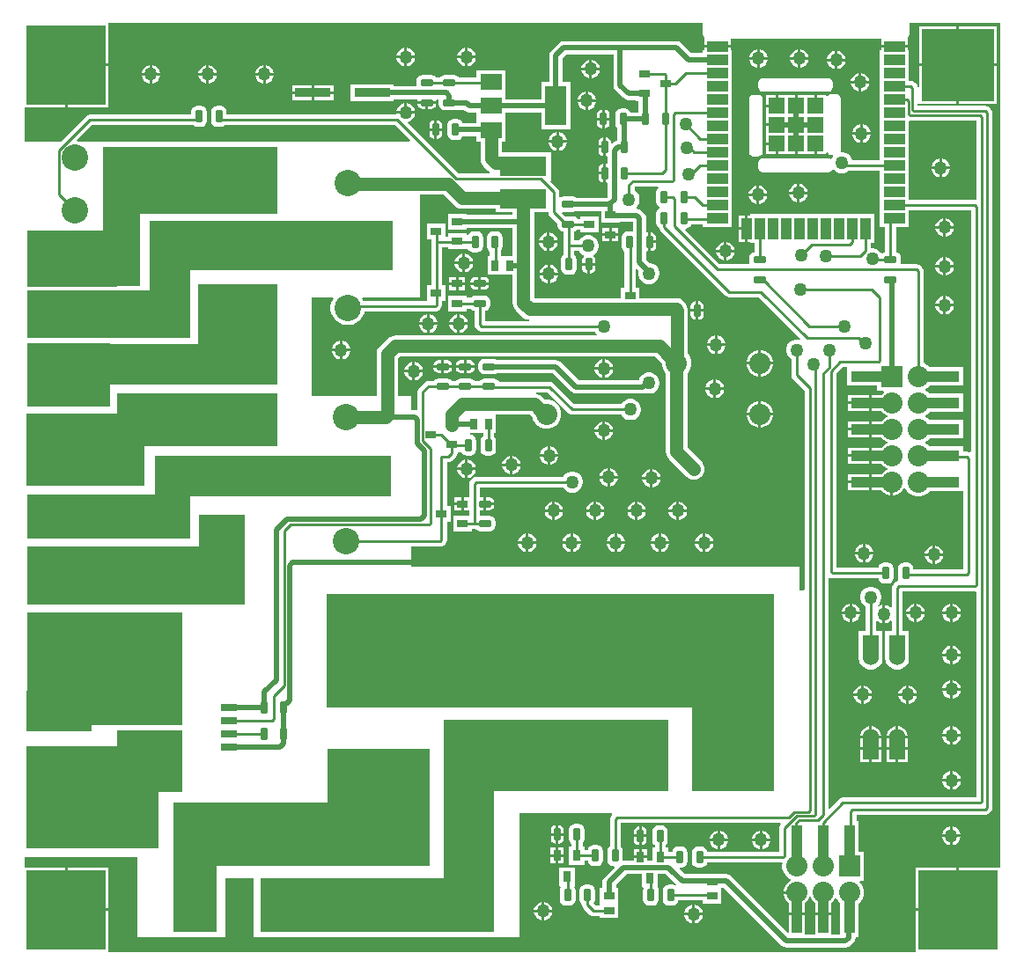
<source format=gtl>
G04*
G04 #@! TF.GenerationSoftware,Altium Limited,Altium Designer,21.0.8 (223)*
G04*
G04 Layer_Physical_Order=1*
G04 Layer_Color=255*
%FSLAX24Y24*%
%MOIN*%
G70*
G04*
G04 #@! TF.SameCoordinates,97F8029C-931E-460D-85B7-1C51AEB28454*
G04*
G04*
G04 #@! TF.FilePolarity,Positive*
G04*
G01*
G75*
%ADD11C,0.0100*%
%ADD19R,0.0300X0.0400*%
%ADD20R,0.0800X0.0600*%
%ADD21R,0.0800X0.1500*%
%ADD22R,0.0591X0.0303*%
%ADD23R,0.1772X0.0748*%
G04:AMPARAMS|DCode=24|XSize=27.6mil|YSize=49.2mil|CornerRadius=6.9mil|HoleSize=0mil|Usage=FLASHONLY|Rotation=0.000|XOffset=0mil|YOffset=0mil|HoleType=Round|Shape=RoundedRectangle|*
%AMROUNDEDRECTD24*
21,1,0.0276,0.0354,0,0,0.0*
21,1,0.0138,0.0492,0,0,0.0*
1,1,0.0138,0.0069,-0.0177*
1,1,0.0138,-0.0069,-0.0177*
1,1,0.0138,-0.0069,0.0177*
1,1,0.0138,0.0069,0.0177*
%
%ADD24ROUNDEDRECTD24*%
%ADD25R,0.1358X0.0354*%
%ADD26R,0.0400X0.1500*%
%ADD27R,0.1500X0.0400*%
%ADD28R,0.0800X0.0390*%
%ADD29R,0.0390X0.0800*%
%ADD30R,0.0800X0.0400*%
%ADD31R,0.0600X0.0800*%
G04:AMPARAMS|DCode=32|XSize=27.6mil|YSize=49.2mil|CornerRadius=6.9mil|HoleSize=0mil|Usage=FLASHONLY|Rotation=270.000|XOffset=0mil|YOffset=0mil|HoleType=Round|Shape=RoundedRectangle|*
%AMROUNDEDRECTD32*
21,1,0.0276,0.0354,0,0,270.0*
21,1,0.0138,0.0492,0,0,270.0*
1,1,0.0138,-0.0177,-0.0069*
1,1,0.0138,-0.0177,0.0069*
1,1,0.0138,0.0177,0.0069*
1,1,0.0138,0.0177,-0.0069*
%
%ADD32ROUNDEDRECTD32*%
%ADD33R,0.0400X0.0285*%
%ADD34R,0.0400X0.0300*%
%ADD35R,0.0285X0.0400*%
%ADD36C,0.0200*%
%ADD37C,0.0500*%
%ADD38R,0.8950X0.1550*%
%ADD39R,0.9200X0.1900*%
%ADD40R,0.1750X0.3400*%
%ADD41R,0.2700X0.2200*%
%ADD42R,0.5000X0.3850*%
%ADD43R,0.2450X0.1550*%
%ADD44R,0.1100X0.2600*%
%ADD45R,0.4450X0.2750*%
%ADD46R,0.5950X0.2200*%
%ADD47R,0.5350X0.1700*%
%ADD48R,0.3150X0.2400*%
%ADD49R,0.8750X0.1550*%
%ADD50R,0.3450X0.2150*%
%ADD51R,0.1400X0.4700*%
%ADD52R,0.5900X0.1800*%
%ADD53R,0.3000X0.3800*%
%ADD54R,0.1550X0.4300*%
%ADD55R,0.6600X0.2550*%
%ADD56R,0.6100X0.2000*%
%ADD57R,0.1350X0.3150*%
%ADD58R,0.5900X0.4250*%
%ADD59R,0.2500X0.2350*%
%ADD60C,0.1000*%
%ADD61C,0.0800*%
%ADD62R,0.0800X0.0800*%
%ADD63R,0.3000X0.3000*%
%ADD64R,0.2750X0.2750*%
%ADD65R,0.0800X0.0800*%
%ADD66R,0.0600X0.0600*%
%ADD67C,0.0600*%
%ADD68R,0.1000X0.1000*%
%ADD69C,0.1181*%
%ADD70R,0.1181X0.1181*%
%ADD71C,0.0900*%
%ADD72R,0.0900X0.0900*%
%ADD73C,0.0500*%
G36*
X37092Y3350D02*
X35550D01*
Y1750D01*
X35500D01*
Y1700D01*
X33900D01*
Y158D01*
X3350D01*
Y1700D01*
X1750D01*
Y1750D01*
X1700D01*
Y3350D01*
X158D01*
Y3750D01*
X4450D01*
Y700D01*
X18900D01*
Y5400D01*
X22393D01*
X22414Y5350D01*
X22400Y5336D01*
X22355Y5269D01*
X22340Y5191D01*
Y4163D01*
X22297Y4135D01*
X22249Y4063D01*
X22232Y3977D01*
Y3623D01*
X22249Y3537D01*
X22297Y3465D01*
X22370Y3417D01*
X22455Y3400D01*
X22474D01*
X22493Y3353D01*
X22120Y2980D01*
X22064Y2898D01*
X22045Y2800D01*
Y2564D01*
X21950D01*
Y1904D01*
X21793D01*
X21713Y1984D01*
X21749Y2037D01*
X21766Y2123D01*
Y2477D01*
X21749Y2563D01*
X21701Y2635D01*
X21628Y2683D01*
X21543Y2700D01*
X21405D01*
X21320Y2683D01*
X21247Y2635D01*
X21199Y2563D01*
X21182Y2477D01*
Y2123D01*
X21199Y2037D01*
X21247Y1965D01*
X21270Y1950D01*
Y1935D01*
X21286Y1857D01*
X21330Y1790D01*
X21564Y1556D01*
X21631Y1512D01*
X21709Y1496D01*
X21950D01*
Y1436D01*
X22650D01*
Y1979D01*
Y2564D01*
X22555D01*
Y2694D01*
X22956Y3095D01*
X23550D01*
Y2600D01*
X23570D01*
X23598Y2550D01*
X23584Y2477D01*
Y2123D01*
X23601Y2037D01*
X23649Y1965D01*
X23722Y1917D01*
X23807Y1900D01*
X23945D01*
X24030Y1917D01*
X24103Y1965D01*
X24151Y2037D01*
X24168Y2123D01*
Y2477D01*
X24153Y2551D01*
X24150Y2600D01*
X24150Y2600D01*
X24150Y2600D01*
Y3095D01*
X24444D01*
X24832Y2708D01*
X24800Y2669D01*
X24778Y2683D01*
X24693Y2700D01*
X24555D01*
X24470Y2683D01*
X24397Y2635D01*
X24349Y2563D01*
X24332Y2477D01*
Y2123D01*
X24349Y2037D01*
X24397Y1965D01*
X24470Y1917D01*
X24555Y1900D01*
X24693D01*
X24778Y1917D01*
X24851Y1965D01*
X24899Y2037D01*
X24911Y2096D01*
X25850D01*
Y1986D01*
X26550D01*
Y2588D01*
X26638D01*
X28837Y390D01*
X28920Y334D01*
X29017Y315D01*
X31247D01*
X31345Y334D01*
X31427Y390D01*
X31544Y507D01*
X31600Y590D01*
X31619Y687D01*
Y700D01*
X31750D01*
Y1972D01*
X31840Y2062D01*
X31913Y2188D01*
X31950Y2328D01*
Y2472D01*
X31913Y2612D01*
X31840Y2738D01*
X31778Y2800D01*
X31799Y2850D01*
X31950D01*
Y3950D01*
X31750D01*
Y5100D01*
X31654D01*
Y5346D01*
X36541D01*
X36619Y5362D01*
X36686Y5406D01*
X36744Y5464D01*
X36788Y5531D01*
X36804Y5609D01*
Y31941D01*
X36788Y32019D01*
X36744Y32086D01*
X36686Y32144D01*
X36619Y32188D01*
X36541Y32204D01*
X33979D01*
Y32265D01*
X34025Y32275D01*
X34029Y32275D01*
X35450D01*
Y33700D01*
X34025D01*
Y32917D01*
X33975Y32912D01*
X33964Y32969D01*
X33919Y33036D01*
X33861Y33094D01*
X33795Y33138D01*
X33717Y33154D01*
X33643D01*
Y33605D01*
Y34295D01*
X33593D01*
Y34400D01*
X32593D01*
Y34295D01*
X32543D01*
Y33605D01*
Y33105D01*
Y32605D01*
Y32100D01*
Y31605D01*
Y31105D01*
Y30605D01*
Y30154D01*
X31486D01*
X31473Y30204D01*
X31420Y30296D01*
X31346Y30370D01*
X31254Y30423D01*
X31153Y30450D01*
X31088D01*
X31056Y30489D01*
X31058Y30500D01*
Y32500D01*
X31046Y32560D01*
X31012Y32612D01*
X30960Y32646D01*
X30900Y32658D01*
X30700D01*
X30640Y32646D01*
X30588Y32612D01*
X30560Y32569D01*
X30516Y32575D01*
X30510Y32578D01*
Y32610D01*
X30160D01*
Y32210D01*
X30060D01*
Y32610D01*
X29430D01*
Y32210D01*
X29330D01*
Y32610D01*
X28700D01*
Y32210D01*
X28650D01*
Y32160D01*
X28250D01*
Y31810D01*
Y31540D01*
X28650D01*
Y31440D01*
X28250D01*
Y31090D01*
Y30820D01*
X28650D01*
Y30770D01*
X28700D01*
Y30370D01*
X29330D01*
Y30770D01*
X29430D01*
Y30370D01*
X30060D01*
Y30770D01*
X30160D01*
Y30370D01*
X30510D01*
Y30422D01*
X30516Y30425D01*
X30560Y30431D01*
X30588Y30388D01*
X30640Y30354D01*
X30700Y30342D01*
X30761D01*
X30771Y30318D01*
X30778Y30292D01*
X30730Y30210D01*
X30723Y30203D01*
X30671Y30189D01*
X30660Y30196D01*
X30600Y30208D01*
X28100D01*
X28040Y30196D01*
X27988Y30162D01*
X27954Y30110D01*
X27942Y30050D01*
Y29850D01*
X27954Y29790D01*
X27988Y29738D01*
X28040Y29704D01*
X28100Y29692D01*
X30600D01*
X30660Y29704D01*
X30712Y29738D01*
X30738Y29778D01*
X30743Y29781D01*
X30780Y29788D01*
X30797Y29788D01*
X30854Y29730D01*
X30946Y29677D01*
X31047Y29650D01*
X31153D01*
X31254Y29677D01*
X31346Y29730D01*
X31362Y29746D01*
X32543D01*
Y29605D01*
Y29105D01*
Y28613D01*
Y28105D01*
Y27605D01*
X32746D01*
Y26661D01*
X32687Y26649D01*
X32649Y26623D01*
X32584Y26637D01*
X32578Y26646D01*
X32504Y26720D01*
X32413Y26773D01*
X32311Y26800D01*
X32206D01*
X32204Y26801D01*
Y27006D01*
X32341D01*
Y28106D01*
X29841D01*
Y28110D01*
X29151D01*
Y28106D01*
X27651D01*
Y28056D01*
X27546D01*
Y27556D01*
Y27056D01*
X27651D01*
Y27006D01*
X27794D01*
Y26660D01*
X27737Y26649D01*
X27665Y26601D01*
X27617Y26528D01*
X27600Y26443D01*
Y26305D01*
X27610Y26254D01*
X27572Y26204D01*
X26484D01*
X25184Y27504D01*
X25207Y27552D01*
X25278Y27567D01*
X25351Y27615D01*
X25399Y27687D01*
X25401Y27696D01*
X25850D01*
Y27605D01*
X26950D01*
Y28105D01*
Y28605D01*
Y29105D01*
Y29605D01*
Y30105D01*
Y30605D01*
Y31105D01*
Y31605D01*
Y32105D01*
Y32605D01*
Y33105D01*
Y33605D01*
Y34295D01*
X26900D01*
Y34400D01*
X25900D01*
Y34295D01*
X25850D01*
Y34205D01*
X25406D01*
X25030Y34580D01*
X24948Y34636D01*
X24850Y34655D01*
X20568D01*
X20470Y34636D01*
X20388Y34580D01*
X20095Y34287D01*
X20040Y34205D01*
X20020Y34107D01*
Y33106D01*
X19725D01*
Y32455D01*
X18375D01*
Y32650D01*
X18375D01*
Y32656D01*
X18375D01*
Y33556D01*
X17275D01*
Y33278D01*
X16600D01*
X16585Y33301D01*
X16513Y33349D01*
X16427Y33366D01*
X16073D01*
X15987Y33349D01*
X15915Y33301D01*
X15900Y33278D01*
X15750D01*
X15735Y33301D01*
X15663Y33349D01*
X15577Y33366D01*
X15223D01*
X15137Y33349D01*
X15065Y33301D01*
X15017Y33228D01*
X15000Y33143D01*
Y33005D01*
X15002Y32994D01*
X14970Y32955D01*
X14151D01*
Y33027D01*
X12493D01*
Y32373D01*
X14151D01*
Y32445D01*
X15021D01*
X15053Y32406D01*
X15051Y32395D01*
Y32376D01*
X15400D01*
X15749D01*
Y32395D01*
X15748Y32400D01*
X15781Y32439D01*
X15818D01*
X15851Y32400D01*
X15850Y32395D01*
Y32257D01*
X15867Y32172D01*
X15915Y32099D01*
X15987Y32051D01*
X16073Y32034D01*
X16427D01*
X16513Y32051D01*
X16513Y32051D01*
X16794D01*
X16826Y32020D01*
X16909Y31964D01*
X17006Y31945D01*
X17275D01*
Y31750D01*
X17275D01*
Y31744D01*
X17275D01*
Y31555D01*
X16751D01*
X16749Y31563D01*
X16701Y31635D01*
X16628Y31683D01*
X16543Y31700D01*
X16405D01*
X16320Y31683D01*
X16247Y31635D01*
X16199Y31563D01*
X16182Y31477D01*
Y31123D01*
X16199Y31037D01*
X16247Y30965D01*
X16320Y30917D01*
X16405Y30900D01*
X16543D01*
X16628Y30917D01*
X16701Y30965D01*
X16749Y31037D01*
X16751Y31045D01*
X17275D01*
Y30844D01*
X17422D01*
Y30203D01*
X17422Y30203D01*
X17435Y30098D01*
X17476Y30001D01*
X17540Y29918D01*
X17709Y29749D01*
X17709Y29749D01*
X17785Y29690D01*
X17783Y29664D01*
X17772Y29640D01*
X16593D01*
X14677Y31556D01*
X14692Y31612D01*
X14735Y31624D01*
X14815Y31670D01*
X14880Y31735D01*
X14926Y31815D01*
X14949Y31900D01*
X14247D01*
X14229Y31877D01*
X7816D01*
Y31977D01*
X7799Y32063D01*
X7751Y32135D01*
X7678Y32183D01*
X7593Y32200D01*
X7455D01*
X7370Y32183D01*
X7297Y32135D01*
X7249Y32063D01*
X7232Y31977D01*
Y31623D01*
X7249Y31537D01*
X7297Y31465D01*
X7370Y31417D01*
X7455Y31400D01*
X7593D01*
X7678Y31417D01*
X7751Y31465D01*
X7753Y31469D01*
X14188D01*
X14760Y30896D01*
X14741Y30850D01*
X2165D01*
X2146Y30896D01*
X2719Y31469D01*
X6547D01*
X6549Y31465D01*
X6622Y31417D01*
X6707Y31400D01*
X6845D01*
X6930Y31417D01*
X7003Y31465D01*
X7051Y31537D01*
X7068Y31623D01*
Y31977D01*
X7051Y32063D01*
X7003Y32135D01*
X6930Y32183D01*
X6845Y32200D01*
X6707D01*
X6622Y32183D01*
X6549Y32135D01*
X6501Y32063D01*
X6484Y31977D01*
Y31877D01*
X2634D01*
X2556Y31861D01*
X2490Y31817D01*
X1523Y30850D01*
X158D01*
Y32150D01*
X1700D01*
Y33750D01*
X1750D01*
Y33800D01*
X3350D01*
Y35342D01*
X25842D01*
Y34900D01*
X25854Y34840D01*
X25887Y34790D01*
X25900Y34745D01*
X25900Y34745D01*
X25900D01*
X25900Y34745D01*
Y34500D01*
X26900D01*
Y34742D01*
X32593Y34742D01*
Y34500D01*
X33593D01*
Y34745D01*
X33593Y34745D01*
X33593D01*
X33611Y34788D01*
X33612Y34788D01*
X33646Y34840D01*
X33658Y34900D01*
Y35342D01*
X37092D01*
Y3350D01*
D02*
G37*
G36*
X22454Y32991D02*
X22473Y32894D01*
X22529Y32811D01*
X22845Y32495D01*
X22927Y32439D01*
X23025Y32420D01*
X23300D01*
Y32375D01*
X23408D01*
Y31973D01*
X23401Y31963D01*
X23399Y31955D01*
X23101D01*
X23099Y31963D01*
X23051Y32035D01*
X22978Y32083D01*
X22893Y32100D01*
X22755D01*
X22670Y32083D01*
X22597Y32035D01*
X22549Y31963D01*
X22532Y31877D01*
Y31523D01*
X22549Y31437D01*
X22597Y31365D01*
X22616Y31353D01*
Y30938D01*
X22599Y30913D01*
X22595Y30894D01*
X22552Y30886D01*
X22470Y30830D01*
X22413Y30774D01*
X22367Y30793D01*
Y30827D01*
X22354Y30893D01*
X22317Y30949D01*
X22261Y30986D01*
X22195Y30999D01*
X22176D01*
Y30650D01*
Y30301D01*
X22195D01*
X22206Y30303D01*
X22245Y30271D01*
Y30029D01*
X22206Y29997D01*
X22195Y29999D01*
X22176D01*
Y29650D01*
Y29301D01*
X22195D01*
X22206Y29303D01*
X22245Y29271D01*
Y28756D01*
X22212Y28723D01*
X21052D01*
X21013Y28749D01*
X20927Y28766D01*
X20573D01*
X20487Y28749D01*
X20457Y28729D01*
X20407Y28756D01*
Y28938D01*
X20392Y29016D01*
X20348Y29082D01*
X20073Y29356D01*
X20086Y29386D01*
X20086D01*
Y30434D01*
X18952D01*
X18926Y30437D01*
X18926Y30437D01*
X18228D01*
Y30844D01*
X18375D01*
Y31744D01*
X18375D01*
Y31750D01*
X18375D01*
Y31945D01*
X19725D01*
Y31306D01*
X20825D01*
Y33106D01*
X20530D01*
Y34002D01*
X20673Y34145D01*
X22454D01*
Y32991D01*
D02*
G37*
G36*
X33684Y31646D02*
X36196D01*
Y28682D01*
X36157Y28651D01*
X36141Y28654D01*
X33643D01*
Y29105D01*
Y29605D01*
Y30105D01*
Y30605D01*
Y31105D01*
Y31603D01*
X33644Y31616D01*
X33682Y31647D01*
X33684Y31646D01*
D02*
G37*
G36*
X22000Y27775D02*
X22700D01*
Y27795D01*
X23195D01*
Y27480D01*
X23156Y27448D01*
X23145Y27450D01*
X23007D01*
X22922Y27433D01*
X22849Y27385D01*
X22801Y27313D01*
X22784Y27227D01*
Y26873D01*
X22801Y26787D01*
X22849Y26715D01*
X22884Y26692D01*
Y25314D01*
X22750D01*
Y24910D01*
X19453D01*
Y26150D01*
Y27800D01*
Y28166D01*
X20000D01*
Y28164D01*
X20015Y28086D01*
X20059Y28020D01*
X20350Y27730D01*
Y27657D01*
X20367Y27572D01*
X20415Y27499D01*
X20487Y27451D01*
X20556Y27437D01*
Y26900D01*
Y26539D01*
X20549Y26535D01*
X20501Y26463D01*
X20484Y26377D01*
Y26023D01*
X20501Y25937D01*
X20549Y25865D01*
X20622Y25817D01*
X20707Y25800D01*
X20845D01*
X20930Y25817D01*
X21003Y25865D01*
X21051Y25937D01*
X21068Y26023D01*
Y26377D01*
X21051Y26463D01*
X21003Y26535D01*
X20964Y26561D01*
Y26696D01*
X21156D01*
X21180Y26654D01*
X21254Y26580D01*
X21313Y26546D01*
X21318Y26535D01*
X21323Y26484D01*
X21296Y26443D01*
X21283Y26377D01*
Y26250D01*
X21524D01*
X21765D01*
Y26377D01*
X21752Y26443D01*
X21715Y26499D01*
X21703Y26507D01*
X21705Y26556D01*
X21746Y26580D01*
X21820Y26654D01*
X21873Y26746D01*
X21900Y26847D01*
Y26953D01*
X21873Y27054D01*
X21820Y27146D01*
X21746Y27220D01*
X21654Y27273D01*
X21553Y27300D01*
X21447D01*
X21346Y27273D01*
X21254Y27220D01*
X21180Y27146D01*
X21156Y27104D01*
X20964D01*
Y27441D01*
X21013Y27451D01*
X21080Y27496D01*
X21200D01*
Y27400D01*
X21900D01*
Y28000D01*
X21200D01*
Y27904D01*
X21118D01*
X21085Y27953D01*
X21013Y28001D01*
X20927Y28018D01*
X20638D01*
X20513Y28143D01*
X20538Y28189D01*
X20573Y28182D01*
X20927D01*
X21013Y28199D01*
X21033Y28213D01*
X22000D01*
Y27775D01*
D02*
G37*
G36*
X16465Y28415D02*
X16465Y28415D01*
X16548Y28351D01*
X16646Y28310D01*
X16750Y28297D01*
X18014D01*
Y28166D01*
X18647D01*
Y28080D01*
X16900D01*
Y28125D01*
X16200D01*
Y27525D01*
X16900D01*
Y27570D01*
X18647D01*
Y26500D01*
X18190D01*
Y26708D01*
X18201Y26715D01*
X18249Y26787D01*
X18266Y26873D01*
Y27227D01*
X18249Y27313D01*
X18201Y27385D01*
X18128Y27433D01*
X18043Y27450D01*
X17905D01*
X17820Y27433D01*
X17747Y27385D01*
X17699Y27313D01*
X17682Y27227D01*
Y26873D01*
X17699Y26787D01*
X17747Y26715D01*
X17782Y26692D01*
Y26500D01*
X17686D01*
Y25800D01*
X18647D01*
Y24743D01*
X18647Y24743D01*
X18660Y24638D01*
X18701Y24541D01*
X18765Y24458D01*
X19001Y24221D01*
X19084Y24157D01*
X19182Y24117D01*
X19281Y24104D01*
X19278Y24054D01*
X17604D01*
Y24439D01*
X17663Y24451D01*
X17735Y24499D01*
X17783Y24572D01*
X17800Y24657D01*
Y24795D01*
X17783Y24880D01*
X17735Y24953D01*
X17663Y25001D01*
X17577Y25018D01*
X17223D01*
X17137Y25001D01*
X17065Y24953D01*
X17050Y24930D01*
X16900D01*
Y25025D01*
X16200D01*
Y24425D01*
X16900D01*
Y24522D01*
X17050D01*
X17065Y24499D01*
X17137Y24451D01*
X17196Y24439D01*
Y23909D01*
X17212Y23831D01*
X17256Y23764D01*
X17314Y23706D01*
X17381Y23662D01*
X17459Y23646D01*
X21756D01*
X21780Y23604D01*
X21831Y23553D01*
X21810Y23503D01*
X14193D01*
X14193Y23503D01*
X14088Y23490D01*
X13991Y23449D01*
X13908Y23385D01*
X13908Y23385D01*
X13615Y23092D01*
X13551Y23009D01*
X13510Y22912D01*
X13497Y22807D01*
X13497Y22807D01*
Y21200D01*
X11050D01*
Y24950D01*
X11832D01*
X11856Y24906D01*
X11824Y24858D01*
X11775Y24740D01*
X11750Y24614D01*
Y24486D01*
X11775Y24360D01*
X11824Y24242D01*
X11895Y24136D01*
X11986Y24045D01*
X12092Y23974D01*
X12210Y23925D01*
X12336Y23900D01*
X12464D01*
X12590Y23925D01*
X12708Y23974D01*
X12814Y24045D01*
X12905Y24136D01*
X12976Y24242D01*
X13025Y24360D01*
X13032Y24396D01*
X15701D01*
X15779Y24412D01*
X15846Y24456D01*
X15904Y24514D01*
X15948Y24581D01*
X15964Y24659D01*
Y24800D01*
X16100D01*
Y25400D01*
X15964D01*
Y26846D01*
X16200D01*
Y26775D01*
X16900D01*
Y26787D01*
X16950Y26792D01*
X16951Y26787D01*
X16999Y26715D01*
X17072Y26667D01*
X17157Y26650D01*
X17295D01*
X17380Y26667D01*
X17453Y26715D01*
X17501Y26787D01*
X17518Y26873D01*
Y27227D01*
X17501Y27313D01*
X17453Y27385D01*
X17380Y27433D01*
X17295Y27450D01*
X17157D01*
X17072Y27433D01*
X16999Y27385D01*
X16951Y27313D01*
X16950Y27308D01*
X16900Y27313D01*
Y27375D01*
X16200D01*
Y27254D01*
X16100D01*
Y27750D01*
X15400D01*
Y27150D01*
X15556D01*
Y27000D01*
Y25400D01*
X15400D01*
Y24804D01*
X12998D01*
X12976Y24858D01*
X12944Y24906D01*
X12968Y24950D01*
X15150D01*
Y28847D01*
X16033D01*
X16465Y28415D01*
D02*
G37*
G36*
X24166Y29096D02*
X24149Y29085D01*
X24101Y29013D01*
X24084Y28927D01*
Y28573D01*
X24101Y28487D01*
X24149Y28415D01*
X24205Y28378D01*
X24206Y28376D01*
Y28324D01*
X24205Y28322D01*
X24149Y28285D01*
X24101Y28213D01*
X24084Y28127D01*
Y27773D01*
X24101Y27687D01*
X24149Y27615D01*
X24179Y27595D01*
X24191Y27534D01*
X24235Y27468D01*
X26698Y25006D01*
X26698Y25006D01*
X26764Y24962D01*
X26842Y24946D01*
X26842Y24946D01*
X27966D01*
X29531Y23381D01*
X29505Y23336D01*
X29453Y23350D01*
X29347D01*
X29246Y23323D01*
X29154Y23270D01*
X29080Y23196D01*
X29027Y23104D01*
X29000Y23003D01*
Y22897D01*
X29027Y22796D01*
X29080Y22704D01*
X29154Y22630D01*
X29196Y22606D01*
Y22001D01*
X29212Y21923D01*
X29256Y21857D01*
X29696Y21417D01*
Y13878D01*
X29646Y13849D01*
X29600Y13858D01*
X29500D01*
Y14751D01*
X28583Y14751D01*
X28550Y14758D01*
X14800D01*
Y15496D01*
X15891D01*
X15969Y15512D01*
X16036Y15556D01*
X16094Y15614D01*
X16138Y15681D01*
X16154Y15759D01*
Y16450D01*
X16300D01*
Y17050D01*
X16154D01*
Y18696D01*
X16200D01*
X16278Y18712D01*
X16344Y18756D01*
X16494Y18906D01*
X16538Y18972D01*
X16554Y19050D01*
Y19075D01*
X16700D01*
X16733Y19039D01*
X16749Y19015D01*
X16822Y18967D01*
X16907Y18950D01*
X17045D01*
X17130Y18967D01*
X17203Y19015D01*
X17251Y19087D01*
X17268Y19173D01*
Y19527D01*
X17251Y19613D01*
X17203Y19685D01*
X17130Y19733D01*
X17045Y19750D01*
X17046Y19800D01*
X17519D01*
Y19699D01*
X17497Y19685D01*
X17449Y19613D01*
X17432Y19527D01*
Y19173D01*
X17449Y19087D01*
X17497Y19015D01*
X17570Y18967D01*
X17655Y18950D01*
X17793D01*
X17878Y18967D01*
X17951Y19015D01*
X17999Y19087D01*
X18016Y19173D01*
Y19527D01*
X17999Y19613D01*
X17951Y19685D01*
X17927Y19701D01*
Y19800D01*
X18014D01*
Y20497D01*
X19309D01*
X19390Y20416D01*
X19417Y20316D01*
X19489Y20191D01*
X19591Y20088D01*
X19717Y20016D01*
X19857Y19978D01*
X20002D01*
X20141Y20016D01*
X20267Y20088D01*
X20369Y20191D01*
X20442Y20316D01*
X20479Y20456D01*
Y20601D01*
X20442Y20741D01*
X20369Y20866D01*
X20267Y20968D01*
X20141Y21041D01*
X20002Y21078D01*
X19869D01*
X19762Y21185D01*
X19678Y21249D01*
X19581Y21290D01*
X19532Y21296D01*
X19536Y21346D01*
X19966D01*
X20756Y20556D01*
X20756Y20556D01*
X20822Y20512D01*
X20900Y20496D01*
X20900Y20496D01*
X22756D01*
X22780Y20454D01*
X22854Y20380D01*
X22946Y20327D01*
X23047Y20300D01*
X23153D01*
X23254Y20327D01*
X23346Y20380D01*
X23420Y20454D01*
X23473Y20546D01*
X23500Y20647D01*
Y20753D01*
X23473Y20854D01*
X23420Y20946D01*
X23346Y21020D01*
X23254Y21073D01*
X23153Y21100D01*
X23047D01*
X22946Y21073D01*
X22854Y21020D01*
X22780Y20946D01*
X22756Y20904D01*
X20984D01*
X20194Y21694D01*
X20128Y21738D01*
X20050Y21754D01*
X18118D01*
X18085Y21803D01*
X18013Y21851D01*
X17927Y21868D01*
X17573D01*
X17487Y21851D01*
X17415Y21803D01*
X17400Y21780D01*
X17200D01*
X17185Y21803D01*
X17113Y21851D01*
X17027Y21868D01*
X16673D01*
X16587Y21851D01*
X16515Y21803D01*
X16500Y21780D01*
X16350D01*
X16335Y21803D01*
X16263Y21851D01*
X16177Y21868D01*
X15823D01*
X15737Y21851D01*
X15665Y21803D01*
X15650Y21780D01*
X15459D01*
X15381Y21764D01*
X15314Y21720D01*
X15106Y21512D01*
X15062Y21445D01*
X15046Y21367D01*
Y20705D01*
X14996Y20666D01*
X14933Y20679D01*
X14800D01*
Y21200D01*
X14303D01*
Y22640D01*
X14360Y22697D01*
X24041D01*
X24300Y22437D01*
Y22385D01*
X24338Y22245D01*
X24410Y22120D01*
X24447Y22083D01*
Y19100D01*
X24447Y19100D01*
X24461Y18995D01*
X24501Y18898D01*
X24565Y18814D01*
X25215Y18165D01*
X25236Y18149D01*
X25254Y18130D01*
X25277Y18117D01*
X25298Y18101D01*
X25323Y18090D01*
X25346Y18077D01*
X25371Y18070D01*
X25396Y18060D01*
X25422Y18057D01*
X25447Y18050D01*
X25474D01*
X25500Y18047D01*
X25526Y18050D01*
X25553D01*
X25578Y18057D01*
X25604Y18060D01*
X25629Y18070D01*
X25654Y18077D01*
X25677Y18090D01*
X25702Y18101D01*
X25723Y18117D01*
X25746Y18130D01*
X25764Y18149D01*
X25785Y18165D01*
X25801Y18186D01*
X25820Y18204D01*
X25833Y18227D01*
X25849Y18248D01*
X25860Y18273D01*
X25873Y18296D01*
X25880Y18321D01*
X25890Y18346D01*
X25893Y18372D01*
X25900Y18397D01*
Y18424D01*
X25903Y18450D01*
X25900Y18476D01*
Y18503D01*
X25893Y18528D01*
X25890Y18554D01*
X25880Y18579D01*
X25873Y18604D01*
X25860Y18627D01*
X25849Y18652D01*
X25833Y18673D01*
X25820Y18696D01*
X25801Y18714D01*
X25785Y18735D01*
X25254Y19267D01*
Y22083D01*
X25291Y22120D01*
X25363Y22245D01*
X25400Y22385D01*
Y22530D01*
X25363Y22670D01*
X25291Y22795D01*
X25260Y22826D01*
Y24450D01*
X25253Y24502D01*
X25253Y24507D01*
X25240Y24611D01*
X25199Y24708D01*
X25135Y24792D01*
X25052Y24856D01*
X24954Y24896D01*
X24850Y24910D01*
X23450D01*
Y25314D01*
X23292D01*
Y26010D01*
X23338Y26029D01*
X23414Y25954D01*
X23400Y25903D01*
Y25797D01*
X23427Y25696D01*
X23480Y25604D01*
X23554Y25530D01*
X23646Y25477D01*
X23747Y25450D01*
X23853D01*
X23954Y25477D01*
X24046Y25530D01*
X24120Y25604D01*
X24173Y25696D01*
X24200Y25797D01*
Y25903D01*
X24173Y26004D01*
X24120Y26096D01*
X24046Y26170D01*
X23954Y26223D01*
X23853Y26250D01*
X23838D01*
X23705Y26383D01*
Y26671D01*
X23744Y26703D01*
X23755Y26701D01*
X23774D01*
Y27050D01*
Y27399D01*
X23755D01*
X23744Y27397D01*
X23705Y27429D01*
Y27933D01*
X23686Y28030D01*
X23630Y28113D01*
X23513Y28230D01*
X23430Y28286D01*
X23340Y28303D01*
X23328Y28323D01*
X23321Y28355D01*
X23370Y28404D01*
X23423Y28496D01*
X23450Y28597D01*
Y28703D01*
X23423Y28804D01*
X23370Y28896D01*
X23296Y28970D01*
X23254Y28994D01*
Y29116D01*
X23284Y29146D01*
X24151D01*
X24166Y29096D01*
D02*
G37*
G36*
X35996Y19097D02*
X35946Y19071D01*
X35919Y19088D01*
X35841Y19104D01*
X35700D01*
Y19300D01*
X34428D01*
X34338Y19390D01*
X34277Y19425D01*
Y19475D01*
X34338Y19510D01*
X34428Y19600D01*
X35700D01*
Y20300D01*
X34428D01*
X34338Y20390D01*
X34277Y20425D01*
Y20475D01*
X34338Y20510D01*
X34428Y20600D01*
X35700D01*
Y21300D01*
X34428D01*
X34338Y21390D01*
X34277Y21425D01*
Y21475D01*
X34338Y21510D01*
X34428Y21600D01*
X35700D01*
Y22300D01*
X34428D01*
X34338Y22390D01*
X34212Y22463D01*
X34204Y22465D01*
Y25941D01*
X34188Y26019D01*
X34144Y26086D01*
X34086Y26144D01*
X34019Y26188D01*
X33941Y26204D01*
X33378D01*
X33340Y26254D01*
X33350Y26305D01*
Y26443D01*
X33333Y26528D01*
X33285Y26601D01*
X33213Y26649D01*
X33154Y26661D01*
Y27605D01*
X33643D01*
Y28105D01*
Y28246D01*
X35996D01*
Y19097D01*
D02*
G37*
G36*
X31300Y21600D02*
X32450D01*
Y21400D01*
X32683D01*
X32693Y21363D01*
X32693Y21350D01*
X32600Y21257D01*
X32596Y21250D01*
X32250D01*
Y20950D01*
Y20650D01*
X32596D01*
X32600Y20643D01*
X32693Y20550D01*
X32807Y20484D01*
X32841Y20475D01*
Y20425D01*
X32807Y20416D01*
X32693Y20350D01*
X32600Y20257D01*
X32596Y20250D01*
X32250D01*
Y19950D01*
Y19650D01*
X32596D01*
X32600Y19643D01*
X32693Y19550D01*
X32807Y19484D01*
X32841Y19475D01*
Y19425D01*
X32807Y19416D01*
X32693Y19350D01*
X32600Y19257D01*
X32596Y19250D01*
X32250D01*
Y18950D01*
Y18650D01*
X32596D01*
X32600Y18643D01*
X32693Y18550D01*
X32807Y18484D01*
X32841Y18475D01*
Y18425D01*
X32807Y18416D01*
X32693Y18350D01*
X32600Y18257D01*
X32596Y18250D01*
X32250D01*
Y17950D01*
Y17650D01*
X32596D01*
X32600Y17643D01*
X32693Y17550D01*
X32807Y17484D01*
X32934Y17450D01*
X32950D01*
Y17950D01*
X33050D01*
Y17450D01*
X33066D01*
X33193Y17484D01*
X33307Y17550D01*
X33400Y17643D01*
X33443Y17718D01*
X33500Y17716D01*
X33560Y17612D01*
X33662Y17510D01*
X33788Y17437D01*
X33928Y17400D01*
X34072D01*
X34212Y17437D01*
X34338Y17510D01*
X34428Y17600D01*
X35696D01*
Y14654D01*
X33816D01*
Y14677D01*
X33799Y14763D01*
X33751Y14835D01*
X33678Y14883D01*
X33593Y14900D01*
X33455D01*
X33370Y14883D01*
X33297Y14835D01*
X33249Y14763D01*
X33232Y14677D01*
Y14323D01*
X33246Y14252D01*
X33226Y14207D01*
X33217Y14196D01*
X33181Y14188D01*
X33114Y14144D01*
X33056Y14086D01*
X33012Y14019D01*
X32996Y13941D01*
Y13220D01*
X32946Y13199D01*
X32915Y13230D01*
X32835Y13276D01*
X32750Y13299D01*
Y12950D01*
Y12601D01*
X32835Y12624D01*
X32915Y12670D01*
X32946Y12701D01*
X32996Y12680D01*
Y12300D01*
X32750D01*
Y11359D01*
Y11200D01*
X32761D01*
X32781Y11126D01*
X32840Y11024D01*
X32924Y10940D01*
X33026Y10881D01*
X33141Y10850D01*
X33259D01*
X33374Y10881D01*
X33476Y10940D01*
X33560Y11024D01*
X33619Y11126D01*
X33639Y11200D01*
X33650D01*
Y12300D01*
X33404D01*
Y13796D01*
X36141D01*
X36157Y13799D01*
X36196Y13768D01*
Y6004D01*
X31150D01*
X31072Y5988D01*
X31006Y5944D01*
X30637Y5575D01*
X30591Y5594D01*
Y14312D01*
X30641Y14338D01*
X30681Y14312D01*
X30759Y14296D01*
X32489D01*
X32501Y14237D01*
X32549Y14165D01*
X32622Y14117D01*
X32707Y14100D01*
X32845D01*
X32930Y14117D01*
X33003Y14165D01*
X33051Y14237D01*
X33068Y14323D01*
Y14677D01*
X33051Y14763D01*
X33003Y14835D01*
X32930Y14883D01*
X32845Y14900D01*
X32707D01*
X32622Y14883D01*
X32549Y14835D01*
X32501Y14763D01*
X32489Y14704D01*
X30904D01*
Y22066D01*
X31134Y22296D01*
X31300D01*
Y21600D01*
D02*
G37*
G36*
X28550Y13700D02*
X28550Y6250D01*
X25450Y6250D01*
X25450Y9400D01*
X11600D01*
X11600Y13700D01*
X28550Y13700D01*
D02*
G37*
G36*
X28799Y4996D02*
X28762Y4939D01*
X28746Y4861D01*
Y3954D01*
X26011D01*
X25999Y4013D01*
X25951Y4085D01*
X25878Y4133D01*
X25793Y4150D01*
X25655D01*
X25570Y4133D01*
X25497Y4085D01*
X25449Y4013D01*
X25432Y3927D01*
Y3573D01*
X25449Y3487D01*
X25497Y3415D01*
X25570Y3367D01*
X25655Y3350D01*
X25793D01*
X25878Y3367D01*
X25951Y3415D01*
X25999Y3487D01*
X26011Y3546D01*
X28829D01*
X28859Y3506D01*
X28850Y3472D01*
Y3328D01*
X28887Y3188D01*
X28960Y3062D01*
X29062Y2960D01*
X29166Y2900D01*
X29168Y2843D01*
X29093Y2800D01*
X29000Y2707D01*
X28934Y2593D01*
X28900Y2466D01*
Y2450D01*
X29400D01*
Y2350D01*
X28900D01*
Y2334D01*
X28934Y2207D01*
X29000Y2093D01*
X29093Y2000D01*
X29100Y1996D01*
Y1650D01*
X29400D01*
X29700D01*
Y1996D01*
X29707Y2000D01*
X29800Y2093D01*
X29866Y2207D01*
X29875Y2241D01*
X29925D01*
X29934Y2207D01*
X30000Y2093D01*
X30093Y2000D01*
X30100Y1996D01*
Y1650D01*
X30400D01*
X30700D01*
Y1996D01*
X30707Y2000D01*
X30800Y2093D01*
X30843Y2168D01*
X30900Y2166D01*
X30960Y2062D01*
X31050Y1972D01*
Y825D01*
X30700D01*
Y1550D01*
X30400D01*
X30100D01*
Y825D01*
X29700D01*
Y1550D01*
X29400D01*
X29100D01*
Y913D01*
X29054Y894D01*
X26924Y3024D01*
X26841Y3079D01*
X26744Y3098D01*
X26550D01*
Y3114D01*
X25850D01*
Y3098D01*
X25162D01*
X24957Y3303D01*
X24976Y3350D01*
X25045D01*
X25130Y3367D01*
X25203Y3415D01*
X25251Y3487D01*
X25268Y3573D01*
Y3927D01*
X25251Y4013D01*
X25203Y4085D01*
X25130Y4133D01*
X25045Y4150D01*
X24907D01*
X24822Y4133D01*
X24749Y4085D01*
X24701Y4013D01*
X24689Y3954D01*
X24525D01*
Y4100D01*
X24428D01*
Y4200D01*
X24451Y4215D01*
X24499Y4287D01*
X24516Y4373D01*
Y4727D01*
X24499Y4813D01*
X24451Y4885D01*
X24378Y4933D01*
X24293Y4950D01*
X24155D01*
X24070Y4933D01*
X23997Y4885D01*
X23949Y4813D01*
X23932Y4727D01*
Y4373D01*
X23949Y4287D01*
X23997Y4215D01*
X24020Y4200D01*
Y4100D01*
X23925D01*
Y3605D01*
X23725D01*
Y3700D01*
X23225D01*
Y3605D01*
X22864D01*
X22844Y3612D01*
X22816Y3649D01*
Y3977D01*
X22799Y4063D01*
X22751Y4135D01*
X22748Y4137D01*
Y5046D01*
X28783D01*
X28799Y4996D01*
D02*
G37*
G36*
X24550Y6250D02*
X17950D01*
Y900D01*
X9100D01*
Y2950D01*
X16050D01*
Y8950D01*
X24550D01*
Y6250D01*
D02*
G37*
G36*
X15500Y3400D02*
X7450D01*
Y900D01*
X5800D01*
Y5800D01*
X11650D01*
Y7850D01*
X15500D01*
Y3400D01*
D02*
G37*
%LPC*%
G36*
X16950Y34399D02*
Y34100D01*
X17249D01*
X17226Y34185D01*
X17180Y34265D01*
X17115Y34330D01*
X17035Y34376D01*
X16950Y34399D01*
D02*
G37*
G36*
X16850D02*
X16765Y34376D01*
X16685Y34330D01*
X16620Y34265D01*
X16574Y34185D01*
X16551Y34100D01*
X16850D01*
Y34399D01*
D02*
G37*
G36*
X14650D02*
Y34100D01*
X14949D01*
X14926Y34185D01*
X14880Y34265D01*
X14815Y34330D01*
X14735Y34376D01*
X14650Y34399D01*
D02*
G37*
G36*
X14550D02*
X14465Y34376D01*
X14385Y34330D01*
X14320Y34265D01*
X14274Y34185D01*
X14251Y34100D01*
X14550D01*
Y34399D01*
D02*
G37*
G36*
X29550Y34349D02*
Y34050D01*
X29849D01*
X29826Y34135D01*
X29780Y34215D01*
X29715Y34280D01*
X29635Y34326D01*
X29550Y34349D01*
D02*
G37*
G36*
X29450D02*
X29365Y34326D01*
X29285Y34280D01*
X29220Y34215D01*
X29174Y34135D01*
X29151Y34050D01*
X29450D01*
Y34349D01*
D02*
G37*
G36*
X28000D02*
Y34050D01*
X28299D01*
X28276Y34135D01*
X28230Y34215D01*
X28165Y34280D01*
X28085Y34326D01*
X28000Y34349D01*
D02*
G37*
G36*
X27900D02*
X27815Y34326D01*
X27735Y34280D01*
X27670Y34215D01*
X27624Y34135D01*
X27601Y34050D01*
X27900D01*
Y34349D01*
D02*
G37*
G36*
X30944Y34293D02*
Y33994D01*
X31243D01*
X31221Y34079D01*
X31175Y34159D01*
X31109Y34224D01*
X31030Y34270D01*
X30944Y34293D01*
D02*
G37*
G36*
X30845D02*
X30759Y34270D01*
X30680Y34224D01*
X30614Y34159D01*
X30568Y34079D01*
X30546Y33994D01*
X30845D01*
Y34293D01*
D02*
G37*
G36*
X36975Y35225D02*
X35550D01*
Y33800D01*
X36975D01*
Y35225D01*
D02*
G37*
G36*
X35450D02*
X34025D01*
Y33800D01*
X35450D01*
Y35225D01*
D02*
G37*
G36*
X17249Y34000D02*
X16950D01*
Y33701D01*
X17035Y33724D01*
X17115Y33770D01*
X17180Y33835D01*
X17226Y33915D01*
X17249Y34000D01*
D02*
G37*
G36*
X16850D02*
X16551D01*
X16574Y33915D01*
X16620Y33835D01*
X16685Y33770D01*
X16765Y33724D01*
X16850Y33701D01*
Y34000D01*
D02*
G37*
G36*
X14949D02*
X14650D01*
Y33701D01*
X14735Y33724D01*
X14815Y33770D01*
X14880Y33835D01*
X14926Y33915D01*
X14949Y34000D01*
D02*
G37*
G36*
X14550D02*
X14251D01*
X14274Y33915D01*
X14320Y33835D01*
X14385Y33770D01*
X14465Y33724D01*
X14550Y33701D01*
Y34000D01*
D02*
G37*
G36*
X29849Y33950D02*
X29550D01*
Y33651D01*
X29635Y33674D01*
X29715Y33720D01*
X29780Y33785D01*
X29826Y33865D01*
X29849Y33950D01*
D02*
G37*
G36*
X29450D02*
X29151D01*
X29174Y33865D01*
X29220Y33785D01*
X29285Y33720D01*
X29365Y33674D01*
X29450Y33651D01*
Y33950D01*
D02*
G37*
G36*
X28299D02*
X28000D01*
Y33651D01*
X28085Y33674D01*
X28165Y33720D01*
X28230Y33785D01*
X28276Y33865D01*
X28299Y33950D01*
D02*
G37*
G36*
X27900D02*
X27601D01*
X27624Y33865D01*
X27670Y33785D01*
X27735Y33720D01*
X27815Y33674D01*
X27900Y33651D01*
Y33950D01*
D02*
G37*
G36*
X31243Y33894D02*
X30944D01*
Y33595D01*
X31030Y33617D01*
X31109Y33664D01*
X31175Y33729D01*
X31221Y33809D01*
X31243Y33894D01*
D02*
G37*
G36*
X30845D02*
X30546D01*
X30568Y33809D01*
X30614Y33729D01*
X30680Y33664D01*
X30759Y33617D01*
X30845Y33595D01*
Y33894D01*
D02*
G37*
G36*
X9300Y33749D02*
Y33450D01*
X9599D01*
X9576Y33535D01*
X9530Y33615D01*
X9465Y33680D01*
X9385Y33726D01*
X9300Y33749D01*
D02*
G37*
G36*
X9200D02*
X9115Y33726D01*
X9035Y33680D01*
X8970Y33615D01*
X8924Y33535D01*
X8901Y33450D01*
X9200D01*
Y33749D01*
D02*
G37*
G36*
X7150D02*
Y33450D01*
X7449D01*
X7426Y33535D01*
X7380Y33615D01*
X7315Y33680D01*
X7235Y33726D01*
X7150Y33749D01*
D02*
G37*
G36*
X7050D02*
X6965Y33726D01*
X6885Y33680D01*
X6820Y33615D01*
X6774Y33535D01*
X6751Y33450D01*
X7050D01*
Y33749D01*
D02*
G37*
G36*
X5000D02*
Y33450D01*
X5299D01*
X5276Y33535D01*
X5230Y33615D01*
X5165Y33680D01*
X5085Y33726D01*
X5000Y33749D01*
D02*
G37*
G36*
X4900D02*
X4815Y33726D01*
X4735Y33680D01*
X4670Y33615D01*
X4624Y33535D01*
X4601Y33450D01*
X4900D01*
Y33749D01*
D02*
G37*
G36*
X31850Y33449D02*
Y33150D01*
X32149D01*
X32126Y33235D01*
X32080Y33315D01*
X32015Y33380D01*
X31935Y33426D01*
X31850Y33449D01*
D02*
G37*
G36*
X31750D02*
X31665Y33426D01*
X31585Y33380D01*
X31520Y33315D01*
X31474Y33235D01*
X31451Y33150D01*
X31750D01*
Y33449D01*
D02*
G37*
G36*
X9599Y33350D02*
X9300D01*
Y33051D01*
X9385Y33074D01*
X9465Y33120D01*
X9530Y33185D01*
X9576Y33265D01*
X9599Y33350D01*
D02*
G37*
G36*
X9200D02*
X8901D01*
X8924Y33265D01*
X8970Y33185D01*
X9035Y33120D01*
X9115Y33074D01*
X9200Y33051D01*
Y33350D01*
D02*
G37*
G36*
X7449D02*
X7150D01*
Y33051D01*
X7235Y33074D01*
X7315Y33120D01*
X7380Y33185D01*
X7426Y33265D01*
X7449Y33350D01*
D02*
G37*
G36*
X7050D02*
X6751D01*
X6774Y33265D01*
X6820Y33185D01*
X6885Y33120D01*
X6965Y33074D01*
X7050Y33051D01*
Y33350D01*
D02*
G37*
G36*
X5299D02*
X5000D01*
Y33051D01*
X5085Y33074D01*
X5165Y33120D01*
X5230Y33185D01*
X5276Y33265D01*
X5299Y33350D01*
D02*
G37*
G36*
X4900D02*
X4601D01*
X4624Y33265D01*
X4670Y33185D01*
X4735Y33120D01*
X4815Y33074D01*
X4900Y33051D01*
Y33350D01*
D02*
G37*
G36*
X32149Y33050D02*
X31850D01*
Y32751D01*
X31935Y32774D01*
X32015Y32820D01*
X32080Y32885D01*
X32126Y32965D01*
X32149Y33050D01*
D02*
G37*
G36*
X31750D02*
X31451D01*
X31474Y32965D01*
X31520Y32885D01*
X31585Y32820D01*
X31665Y32774D01*
X31750Y32751D01*
Y33050D01*
D02*
G37*
G36*
X11857Y32977D02*
X11128D01*
Y32750D01*
X11857D01*
Y32977D01*
D02*
G37*
G36*
X11028D02*
X10299D01*
Y32750D01*
X11028D01*
Y32977D01*
D02*
G37*
G36*
X30600Y33258D02*
X28100D01*
X28040Y33246D01*
X27988Y33212D01*
X27954Y33160D01*
X27942Y33100D01*
Y32900D01*
X27954Y32840D01*
X27988Y32788D01*
X28040Y32754D01*
X28100Y32742D01*
X30600D01*
X30660Y32754D01*
X30712Y32788D01*
X30746Y32840D01*
X30758Y32900D01*
Y33100D01*
X30746Y33160D01*
X30712Y33212D01*
X30660Y33246D01*
X30600Y33258D01*
D02*
G37*
G36*
X11857Y32650D02*
X11128D01*
Y32423D01*
X11857D01*
Y32650D01*
D02*
G37*
G36*
X11028D02*
X10299D01*
Y32423D01*
X11028D01*
Y32650D01*
D02*
G37*
G36*
X36975Y33700D02*
X35550D01*
Y32275D01*
X36975D01*
Y33700D01*
D02*
G37*
G36*
X28600Y32610D02*
X28250D01*
Y32260D01*
X28600D01*
Y32610D01*
D02*
G37*
G36*
X3350Y33700D02*
X1800D01*
Y32150D01*
X3350D01*
Y33700D01*
D02*
G37*
G36*
X15749Y32276D02*
X15450D01*
Y32085D01*
X15577D01*
X15643Y32098D01*
X15699Y32135D01*
X15736Y32191D01*
X15749Y32257D01*
Y32276D01*
D02*
G37*
G36*
X15350D02*
X15051D01*
Y32257D01*
X15064Y32191D01*
X15101Y32135D01*
X15157Y32098D01*
X15223Y32085D01*
X15350D01*
Y32276D01*
D02*
G37*
G36*
X14650Y32299D02*
Y32000D01*
X14949D01*
X14926Y32085D01*
X14880Y32165D01*
X14815Y32230D01*
X14735Y32276D01*
X14650Y32299D01*
D02*
G37*
G36*
X14550D02*
X14465Y32276D01*
X14385Y32230D01*
X14320Y32165D01*
X14274Y32085D01*
X14251Y32000D01*
X14550D01*
Y32299D01*
D02*
G37*
G36*
X15795Y31649D02*
X15776D01*
Y31350D01*
X15967D01*
Y31477D01*
X15954Y31543D01*
X15917Y31599D01*
X15861Y31636D01*
X15795Y31649D01*
D02*
G37*
G36*
X15676D02*
X15657D01*
X15591Y31636D01*
X15535Y31599D01*
X15498Y31543D01*
X15485Y31477D01*
Y31350D01*
X15676D01*
Y31649D01*
D02*
G37*
G36*
X31900Y31499D02*
Y31200D01*
X32199D01*
X32176Y31285D01*
X32130Y31365D01*
X32065Y31430D01*
X31985Y31476D01*
X31900Y31499D01*
D02*
G37*
G36*
X31800D02*
X31715Y31476D01*
X31635Y31430D01*
X31570Y31365D01*
X31524Y31285D01*
X31501Y31200D01*
X31800D01*
Y31499D01*
D02*
G37*
G36*
X15967Y31250D02*
X15776D01*
Y30951D01*
X15795D01*
X15861Y30964D01*
X15917Y31001D01*
X15954Y31057D01*
X15967Y31123D01*
Y31250D01*
D02*
G37*
G36*
X15676D02*
X15485D01*
Y31123D01*
X15498Y31057D01*
X15535Y31001D01*
X15591Y30964D01*
X15657Y30951D01*
X15676D01*
Y31250D01*
D02*
G37*
G36*
X32199Y31100D02*
X31900D01*
Y30801D01*
X31985Y30824D01*
X32065Y30870D01*
X32130Y30935D01*
X32176Y31015D01*
X32199Y31100D01*
D02*
G37*
G36*
X31800D02*
X31501D01*
X31524Y31015D01*
X31570Y30935D01*
X31635Y30870D01*
X31715Y30824D01*
X31800Y30801D01*
Y31100D01*
D02*
G37*
G36*
X28600Y30720D02*
X28250D01*
Y30370D01*
X28600D01*
Y30720D01*
D02*
G37*
G36*
X27950Y32608D02*
X27750D01*
X27690Y32596D01*
X27638Y32562D01*
X27604Y32510D01*
X27592Y32450D01*
Y30450D01*
X27604Y30390D01*
X27638Y30338D01*
X27690Y30304D01*
X27750Y30292D01*
X27950D01*
X28010Y30304D01*
X28062Y30338D01*
X28096Y30390D01*
X28108Y30450D01*
Y32450D01*
X28096Y32510D01*
X28062Y32562D01*
X28010Y32596D01*
X27950Y32608D01*
D02*
G37*
G36*
X29515Y29255D02*
Y28956D01*
X29814D01*
X29791Y29041D01*
X29745Y29121D01*
X29680Y29186D01*
X29600Y29232D01*
X29515Y29255D01*
D02*
G37*
G36*
X29415D02*
X29330Y29232D01*
X29250Y29186D01*
X29185Y29121D01*
X29139Y29041D01*
X29116Y28956D01*
X29415D01*
Y29255D01*
D02*
G37*
G36*
X27983Y29186D02*
Y28888D01*
X28282D01*
X28259Y28973D01*
X28213Y29052D01*
X28148Y29118D01*
X28068Y29164D01*
X27983Y29186D01*
D02*
G37*
G36*
X27883D02*
X27798Y29164D01*
X27718Y29118D01*
X27653Y29052D01*
X27607Y28973D01*
X27584Y28888D01*
X27883D01*
Y29186D01*
D02*
G37*
G36*
X29814Y28856D02*
X29515D01*
Y28557D01*
X29600Y28579D01*
X29680Y28626D01*
X29745Y28691D01*
X29791Y28770D01*
X29814Y28856D01*
D02*
G37*
G36*
X29415D02*
X29116D01*
X29139Y28770D01*
X29185Y28691D01*
X29250Y28626D01*
X29330Y28579D01*
X29415Y28557D01*
Y28856D01*
D02*
G37*
G36*
X28282Y28788D02*
X27983D01*
Y28489D01*
X28068Y28511D01*
X28148Y28557D01*
X28213Y28623D01*
X28259Y28702D01*
X28282Y28788D01*
D02*
G37*
G36*
X27883D02*
X27584D01*
X27607Y28702D01*
X27653Y28623D01*
X27718Y28557D01*
X27798Y28511D01*
X27883Y28489D01*
Y28788D01*
D02*
G37*
G36*
X27446Y28056D02*
X27201D01*
Y27606D01*
X27446D01*
Y28056D01*
D02*
G37*
G36*
Y27506D02*
X27201D01*
Y27056D01*
X27446D01*
Y27506D01*
D02*
G37*
G36*
X26750Y27049D02*
Y26750D01*
X27049D01*
X27026Y26835D01*
X26980Y26915D01*
X26915Y26980D01*
X26835Y27026D01*
X26750Y27049D01*
D02*
G37*
G36*
X26650D02*
X26565Y27026D01*
X26485Y26980D01*
X26420Y26915D01*
X26374Y26835D01*
X26351Y26750D01*
X26650D01*
Y27049D01*
D02*
G37*
G36*
X27049Y26650D02*
X26750D01*
Y26351D01*
X26835Y26374D01*
X26915Y26420D01*
X26980Y26485D01*
X27026Y26565D01*
X27049Y26650D01*
D02*
G37*
G36*
X26650D02*
X26351D01*
X26374Y26565D01*
X26420Y26485D01*
X26485Y26420D01*
X26565Y26374D01*
X26650Y26351D01*
Y26650D01*
D02*
G37*
G36*
X20395Y4949D02*
X20376D01*
Y4650D01*
X20567D01*
Y4777D01*
X20554Y4843D01*
X20517Y4899D01*
X20461Y4936D01*
X20395Y4949D01*
D02*
G37*
G36*
X20276D02*
X20257D01*
X20191Y4936D01*
X20135Y4899D01*
X20098Y4843D01*
X20085Y4777D01*
Y4650D01*
X20276D01*
Y4949D01*
D02*
G37*
G36*
X35300Y4899D02*
Y4600D01*
X35599D01*
X35576Y4685D01*
X35530Y4765D01*
X35465Y4830D01*
X35385Y4876D01*
X35300Y4899D01*
D02*
G37*
G36*
X35200D02*
X35115Y4876D01*
X35035Y4830D01*
X34970Y4765D01*
X34924Y4685D01*
X34901Y4600D01*
X35200D01*
Y4899D01*
D02*
G37*
G36*
X20567Y4550D02*
X20376D01*
Y4251D01*
X20395D01*
X20461Y4264D01*
X20517Y4301D01*
X20554Y4357D01*
X20567Y4423D01*
Y4550D01*
D02*
G37*
G36*
X20276D02*
X20085D01*
Y4423D01*
X20098Y4357D01*
X20135Y4301D01*
X20191Y4264D01*
X20257Y4251D01*
X20276D01*
Y4550D01*
D02*
G37*
G36*
X35599Y4500D02*
X35300D01*
Y4201D01*
X35385Y4224D01*
X35465Y4270D01*
X35530Y4335D01*
X35576Y4415D01*
X35599Y4500D01*
D02*
G37*
G36*
X35200D02*
X34901D01*
X34924Y4415D01*
X34970Y4335D01*
X35035Y4270D01*
X35115Y4224D01*
X35200Y4201D01*
Y4500D01*
D02*
G37*
G36*
X20575Y4100D02*
X20375D01*
Y3850D01*
X20575D01*
Y4100D01*
D02*
G37*
G36*
X20275D02*
X20075D01*
Y3850D01*
X20275D01*
Y4100D01*
D02*
G37*
G36*
X20575Y3750D02*
X20375D01*
Y3500D01*
X20575D01*
Y3750D01*
D02*
G37*
G36*
X20275D02*
X20075D01*
Y3500D01*
X20275D01*
Y3750D01*
D02*
G37*
G36*
X21143Y5000D02*
X21005D01*
X20920Y4983D01*
X20847Y4935D01*
X20799Y4863D01*
X20782Y4777D01*
Y4423D01*
X20799Y4337D01*
X20847Y4265D01*
X20880Y4243D01*
Y4150D01*
X20775D01*
Y3450D01*
X21375D01*
Y3596D01*
X21489D01*
X21501Y3537D01*
X21549Y3465D01*
X21622Y3417D01*
X21707Y3400D01*
X21845D01*
X21930Y3417D01*
X22003Y3465D01*
X22051Y3537D01*
X22068Y3623D01*
Y3977D01*
X22051Y4063D01*
X22003Y4135D01*
X21930Y4183D01*
X21845Y4200D01*
X21707D01*
X21622Y4183D01*
X21549Y4135D01*
X21501Y4063D01*
X21489Y4004D01*
X21375D01*
Y4150D01*
X21288D01*
Y4256D01*
X21301Y4265D01*
X21349Y4337D01*
X21366Y4423D01*
Y4777D01*
X21349Y4863D01*
X21301Y4935D01*
X21228Y4983D01*
X21143Y5000D01*
D02*
G37*
G36*
X21000Y3350D02*
X20400D01*
Y2650D01*
X20449D01*
X20476Y2600D01*
X20451Y2563D01*
X20434Y2477D01*
Y2123D01*
X20451Y2037D01*
X20499Y1965D01*
X20572Y1917D01*
X20657Y1900D01*
X20795D01*
X20880Y1917D01*
X20953Y1965D01*
X21001Y2037D01*
X21018Y2123D01*
Y2477D01*
X21001Y2563D01*
X20976Y2600D01*
X21000Y2650D01*
X21000D01*
Y3350D01*
D02*
G37*
G36*
X35450D02*
X33900D01*
Y1800D01*
X35450D01*
Y3350D01*
D02*
G37*
G36*
X3350D02*
X1800D01*
Y1800D01*
X3350D01*
Y3350D01*
D02*
G37*
G36*
X19850Y2049D02*
Y1750D01*
X20149D01*
X20126Y1835D01*
X20080Y1915D01*
X20015Y1980D01*
X19935Y2026D01*
X19850Y2049D01*
D02*
G37*
G36*
X19750D02*
X19665Y2026D01*
X19585Y1980D01*
X19520Y1915D01*
X19474Y1835D01*
X19451Y1750D01*
X19750D01*
Y2049D01*
D02*
G37*
G36*
X25548Y1934D02*
Y1635D01*
X25847D01*
X25824Y1720D01*
X25778Y1799D01*
X25712Y1865D01*
X25633Y1911D01*
X25548Y1934D01*
D02*
G37*
G36*
X25448D02*
X25362Y1911D01*
X25283Y1865D01*
X25217Y1799D01*
X25171Y1720D01*
X25149Y1635D01*
X25448D01*
Y1934D01*
D02*
G37*
G36*
X20149Y1650D02*
X19850D01*
Y1351D01*
X19935Y1374D01*
X20015Y1420D01*
X20080Y1485D01*
X20126Y1565D01*
X20149Y1650D01*
D02*
G37*
G36*
X19750D02*
X19451D01*
X19474Y1565D01*
X19520Y1485D01*
X19585Y1420D01*
X19665Y1374D01*
X19750Y1351D01*
Y1650D01*
D02*
G37*
G36*
X25847Y1535D02*
X25548D01*
Y1236D01*
X25633Y1258D01*
X25712Y1304D01*
X25778Y1370D01*
X25824Y1449D01*
X25847Y1535D01*
D02*
G37*
G36*
X25448D02*
X25149D01*
X25171Y1449D01*
X25217Y1370D01*
X25283Y1304D01*
X25362Y1258D01*
X25448Y1236D01*
Y1535D01*
D02*
G37*
G36*
X21650Y33949D02*
Y33650D01*
X21949D01*
X21926Y33735D01*
X21880Y33815D01*
X21815Y33880D01*
X21735Y33926D01*
X21650Y33949D01*
D02*
G37*
G36*
X21550D02*
X21465Y33926D01*
X21385Y33880D01*
X21320Y33815D01*
X21274Y33735D01*
X21251Y33650D01*
X21550D01*
Y33949D01*
D02*
G37*
G36*
X21949Y33550D02*
X21650D01*
Y33251D01*
X21735Y33274D01*
X21815Y33320D01*
X21880Y33385D01*
X21926Y33465D01*
X21949Y33550D01*
D02*
G37*
G36*
X21550D02*
X21251D01*
X21274Y33465D01*
X21320Y33385D01*
X21385Y33320D01*
X21465Y33274D01*
X21550Y33251D01*
Y33550D01*
D02*
G37*
G36*
X21500Y32749D02*
Y32450D01*
X21799D01*
X21776Y32535D01*
X21730Y32615D01*
X21665Y32680D01*
X21585Y32726D01*
X21500Y32749D01*
D02*
G37*
G36*
X21400D02*
X21315Y32726D01*
X21235Y32680D01*
X21170Y32615D01*
X21124Y32535D01*
X21101Y32450D01*
X21400D01*
Y32749D01*
D02*
G37*
G36*
X21799Y32350D02*
X21500D01*
Y32051D01*
X21585Y32074D01*
X21665Y32120D01*
X21730Y32185D01*
X21776Y32265D01*
X21799Y32350D01*
D02*
G37*
G36*
X21400D02*
X21101D01*
X21124Y32265D01*
X21170Y32185D01*
X21235Y32120D01*
X21315Y32074D01*
X21400Y32051D01*
Y32350D01*
D02*
G37*
G36*
X22145Y32049D02*
X22126D01*
Y31750D01*
X22317D01*
Y31877D01*
X22304Y31943D01*
X22267Y31999D01*
X22211Y32036D01*
X22145Y32049D01*
D02*
G37*
G36*
X22026D02*
X22007D01*
X21941Y32036D01*
X21885Y31999D01*
X21848Y31943D01*
X21835Y31877D01*
Y31750D01*
X22026D01*
Y32049D01*
D02*
G37*
G36*
X22317Y31650D02*
X22126D01*
Y31351D01*
X22145D01*
X22211Y31364D01*
X22267Y31401D01*
X22304Y31457D01*
X22317Y31523D01*
Y31650D01*
D02*
G37*
G36*
X22026D02*
X21835D01*
Y31523D01*
X21848Y31457D01*
X21885Y31401D01*
X21941Y31364D01*
X22007Y31351D01*
X22026D01*
Y31650D01*
D02*
G37*
G36*
X20400Y31199D02*
Y30900D01*
X20699D01*
X20676Y30985D01*
X20630Y31065D01*
X20565Y31130D01*
X20485Y31176D01*
X20400Y31199D01*
D02*
G37*
G36*
X20300D02*
X20215Y31176D01*
X20135Y31130D01*
X20070Y31065D01*
X20024Y30985D01*
X20001Y30900D01*
X20300D01*
Y31199D01*
D02*
G37*
G36*
X22076Y30999D02*
X22057D01*
X21991Y30986D01*
X21935Y30949D01*
X21898Y30893D01*
X21885Y30827D01*
Y30700D01*
X22076D01*
Y30999D01*
D02*
G37*
G36*
X20699Y30800D02*
X20400D01*
Y30501D01*
X20485Y30524D01*
X20565Y30570D01*
X20630Y30635D01*
X20676Y30715D01*
X20699Y30800D01*
D02*
G37*
G36*
X20300D02*
X20001D01*
X20024Y30715D01*
X20070Y30635D01*
X20135Y30570D01*
X20215Y30524D01*
X20300Y30501D01*
Y30800D01*
D02*
G37*
G36*
X22076Y30600D02*
X21885D01*
Y30473D01*
X21898Y30407D01*
X21935Y30351D01*
X21991Y30314D01*
X22057Y30301D01*
X22076D01*
Y30600D01*
D02*
G37*
G36*
Y29999D02*
X22057D01*
X21991Y29986D01*
X21935Y29949D01*
X21898Y29893D01*
X21885Y29827D01*
Y29700D01*
X22076D01*
Y29999D01*
D02*
G37*
G36*
Y29600D02*
X21885D01*
Y29473D01*
X21898Y29407D01*
X21935Y29351D01*
X21991Y29314D01*
X22057Y29301D01*
X22076D01*
Y29600D01*
D02*
G37*
G36*
X34900Y30199D02*
Y29900D01*
X35199D01*
X35176Y29985D01*
X35130Y30065D01*
X35065Y30130D01*
X34985Y30176D01*
X34900Y30199D01*
D02*
G37*
G36*
X34800D02*
X34715Y30176D01*
X34635Y30130D01*
X34570Y30065D01*
X34524Y29985D01*
X34501Y29900D01*
X34800D01*
Y30199D01*
D02*
G37*
G36*
X35199Y29800D02*
X34900D01*
Y29501D01*
X34985Y29524D01*
X35065Y29570D01*
X35130Y29635D01*
X35176Y29715D01*
X35199Y29800D01*
D02*
G37*
G36*
X34800D02*
X34501D01*
X34524Y29715D01*
X34570Y29635D01*
X34635Y29570D01*
X34715Y29524D01*
X34800Y29501D01*
Y29800D01*
D02*
G37*
G36*
X22650Y27575D02*
X22400D01*
Y27375D01*
X22650D01*
Y27575D01*
D02*
G37*
G36*
X22300D02*
X22050D01*
Y27375D01*
X22300D01*
Y27575D01*
D02*
G37*
G36*
X20050Y27399D02*
Y27100D01*
X20349D01*
X20326Y27185D01*
X20280Y27265D01*
X20215Y27330D01*
X20135Y27376D01*
X20050Y27399D01*
D02*
G37*
G36*
X19950D02*
X19865Y27376D01*
X19785Y27330D01*
X19720Y27265D01*
X19674Y27185D01*
X19651Y27100D01*
X19950D01*
Y27399D01*
D02*
G37*
G36*
X22650Y27275D02*
X22400D01*
Y27075D01*
X22650D01*
Y27275D01*
D02*
G37*
G36*
X22300D02*
X22050D01*
Y27075D01*
X22300D01*
Y27275D01*
D02*
G37*
G36*
X20349Y27000D02*
X20050D01*
Y26701D01*
X20135Y26724D01*
X20215Y26770D01*
X20280Y26835D01*
X20326Y26915D01*
X20349Y27000D01*
D02*
G37*
G36*
X19950D02*
X19651D01*
X19674Y26915D01*
X19720Y26835D01*
X19785Y26770D01*
X19865Y26724D01*
X19950Y26701D01*
Y27000D01*
D02*
G37*
G36*
X20060Y26188D02*
Y25889D01*
X20359D01*
X20336Y25974D01*
X20290Y26054D01*
X20225Y26119D01*
X20145Y26165D01*
X20060Y26188D01*
D02*
G37*
G36*
X19960D02*
X19875Y26165D01*
X19795Y26119D01*
X19730Y26054D01*
X19684Y25974D01*
X19661Y25889D01*
X19960D01*
Y26188D01*
D02*
G37*
G36*
X21765Y26150D02*
X21574D01*
Y25851D01*
X21593D01*
X21659Y25864D01*
X21715Y25901D01*
X21752Y25957D01*
X21765Y26023D01*
Y26150D01*
D02*
G37*
G36*
X21474D02*
X21283D01*
Y26023D01*
X21296Y25957D01*
X21333Y25901D01*
X21389Y25864D01*
X21455Y25851D01*
X21474D01*
Y26150D01*
D02*
G37*
G36*
X20359Y25789D02*
X20060D01*
Y25490D01*
X20145Y25513D01*
X20225Y25559D01*
X20290Y25624D01*
X20336Y25704D01*
X20359Y25789D01*
D02*
G37*
G36*
X19960D02*
X19661D01*
X19684Y25704D01*
X19730Y25624D01*
X19795Y25559D01*
X19875Y25513D01*
X19960Y25490D01*
Y25789D01*
D02*
G37*
G36*
X16850Y26599D02*
Y26300D01*
X17149D01*
X17126Y26385D01*
X17080Y26465D01*
X17015Y26530D01*
X16935Y26576D01*
X16850Y26599D01*
D02*
G37*
G36*
X16750D02*
X16665Y26576D01*
X16585Y26530D01*
X16520Y26465D01*
X16474Y26385D01*
X16451Y26300D01*
X16750D01*
Y26599D01*
D02*
G37*
G36*
X17149Y26200D02*
X16850D01*
Y25901D01*
X16935Y25924D01*
X17015Y25970D01*
X17080Y26035D01*
X17126Y26115D01*
X17149Y26200D01*
D02*
G37*
G36*
X16750D02*
X16451D01*
X16474Y26115D01*
X16520Y26035D01*
X16585Y25970D01*
X16665Y25924D01*
X16750Y25901D01*
Y26200D01*
D02*
G37*
G36*
X16850Y25725D02*
X16600D01*
Y25525D01*
X16850D01*
Y25725D01*
D02*
G37*
G36*
X16500D02*
X16250D01*
Y25525D01*
X16500D01*
Y25725D01*
D02*
G37*
G36*
X17577Y25715D02*
X17450D01*
Y25524D01*
X17749D01*
Y25543D01*
X17736Y25609D01*
X17699Y25665D01*
X17643Y25702D01*
X17577Y25715D01*
D02*
G37*
G36*
X17350D02*
X17223D01*
X17157Y25702D01*
X17101Y25665D01*
X17064Y25609D01*
X17051Y25543D01*
Y25524D01*
X17350D01*
Y25715D01*
D02*
G37*
G36*
X17749Y25424D02*
X17450D01*
Y25233D01*
X17577D01*
X17643Y25246D01*
X17699Y25283D01*
X17736Y25339D01*
X17749Y25405D01*
Y25424D01*
D02*
G37*
G36*
X17350D02*
X17051D01*
Y25405D01*
X17064Y25339D01*
X17101Y25283D01*
X17157Y25246D01*
X17223Y25233D01*
X17350D01*
Y25424D01*
D02*
G37*
G36*
X16850Y25425D02*
X16600D01*
Y25225D01*
X16850D01*
Y25425D01*
D02*
G37*
G36*
X16500D02*
X16250D01*
Y25225D01*
X16500D01*
Y25425D01*
D02*
G37*
G36*
X16650Y24299D02*
Y24000D01*
X16949D01*
X16926Y24085D01*
X16880Y24165D01*
X16815Y24230D01*
X16735Y24276D01*
X16650Y24299D01*
D02*
G37*
G36*
X16550D02*
X16465Y24276D01*
X16385Y24230D01*
X16320Y24165D01*
X16274Y24085D01*
X16251Y24000D01*
X16550D01*
Y24299D01*
D02*
G37*
G36*
X15500D02*
Y24000D01*
X15799D01*
X15776Y24085D01*
X15730Y24165D01*
X15665Y24230D01*
X15585Y24276D01*
X15500Y24299D01*
D02*
G37*
G36*
X15400D02*
X15315Y24276D01*
X15235Y24230D01*
X15170Y24165D01*
X15124Y24085D01*
X15101Y24000D01*
X15400D01*
Y24299D01*
D02*
G37*
G36*
X16949Y23900D02*
X16650D01*
Y23601D01*
X16735Y23624D01*
X16815Y23670D01*
X16880Y23735D01*
X16926Y23815D01*
X16949Y23900D01*
D02*
G37*
G36*
X16550D02*
X16251D01*
X16274Y23815D01*
X16320Y23735D01*
X16385Y23670D01*
X16465Y23624D01*
X16550Y23601D01*
Y23900D01*
D02*
G37*
G36*
X15799D02*
X15500D01*
Y23601D01*
X15585Y23624D01*
X15665Y23670D01*
X15730Y23735D01*
X15776Y23815D01*
X15799Y23900D01*
D02*
G37*
G36*
X15400D02*
X15101D01*
X15124Y23815D01*
X15170Y23735D01*
X15235Y23670D01*
X15315Y23624D01*
X15400Y23601D01*
Y23900D01*
D02*
G37*
G36*
X12200Y23299D02*
Y23000D01*
X12499D01*
X12476Y23085D01*
X12430Y23165D01*
X12365Y23230D01*
X12285Y23276D01*
X12200Y23299D01*
D02*
G37*
G36*
X12100D02*
X12015Y23276D01*
X11935Y23230D01*
X11870Y23165D01*
X11824Y23085D01*
X11801Y23000D01*
X12100D01*
Y23299D01*
D02*
G37*
G36*
X12499Y22900D02*
X12200D01*
Y22601D01*
X12285Y22624D01*
X12365Y22670D01*
X12430Y22735D01*
X12476Y22815D01*
X12499Y22900D01*
D02*
G37*
G36*
X12100D02*
X11801D01*
X11824Y22815D01*
X11870Y22735D01*
X11935Y22670D01*
X12015Y22624D01*
X12100Y22601D01*
Y22900D01*
D02*
G37*
G36*
X23893Y27399D02*
X23874D01*
Y27100D01*
X24065D01*
Y27227D01*
X24052Y27293D01*
X24015Y27349D01*
X23959Y27386D01*
X23893Y27399D01*
D02*
G37*
G36*
X24065Y27000D02*
X23874D01*
Y26701D01*
X23893D01*
X23959Y26714D01*
X24015Y26751D01*
X24052Y26807D01*
X24065Y26873D01*
Y27000D01*
D02*
G37*
G36*
X25693Y24799D02*
X25674D01*
Y24500D01*
X25865D01*
Y24627D01*
X25852Y24693D01*
X25815Y24749D01*
X25759Y24786D01*
X25693Y24799D01*
D02*
G37*
G36*
X25574D02*
X25555D01*
X25489Y24786D01*
X25433Y24749D01*
X25396Y24693D01*
X25383Y24627D01*
Y24500D01*
X25574D01*
Y24799D01*
D02*
G37*
G36*
X25865Y24400D02*
X25674D01*
Y24101D01*
X25693D01*
X25759Y24114D01*
X25815Y24151D01*
X25852Y24207D01*
X25865Y24273D01*
Y24400D01*
D02*
G37*
G36*
X25574D02*
X25383D01*
Y24273D01*
X25396Y24207D01*
X25433Y24151D01*
X25489Y24114D01*
X25555Y24101D01*
X25574D01*
Y24400D01*
D02*
G37*
G36*
X26400Y23499D02*
Y23200D01*
X26699D01*
X26676Y23285D01*
X26630Y23365D01*
X26565Y23430D01*
X26485Y23476D01*
X26400Y23499D01*
D02*
G37*
G36*
X26300D02*
X26215Y23476D01*
X26135Y23430D01*
X26070Y23365D01*
X26024Y23285D01*
X26001Y23200D01*
X26300D01*
Y23499D01*
D02*
G37*
G36*
X26699Y23100D02*
X26400D01*
Y22801D01*
X26485Y22824D01*
X26565Y22870D01*
X26630Y22935D01*
X26676Y23015D01*
X26699Y23100D01*
D02*
G37*
G36*
X26300D02*
X26001D01*
X26024Y23015D01*
X26070Y22935D01*
X26135Y22870D01*
X26215Y22824D01*
X26300Y22801D01*
Y23100D01*
D02*
G37*
G36*
X28066Y22957D02*
X28050D01*
Y22507D01*
X28500D01*
Y22523D01*
X28466Y22650D01*
X28400Y22764D01*
X28307Y22858D01*
X28193Y22923D01*
X28066Y22957D01*
D02*
G37*
G36*
X27950D02*
X27934D01*
X27807Y22923D01*
X27693Y22858D01*
X27600Y22764D01*
X27534Y22650D01*
X27500Y22523D01*
Y22507D01*
X27950D01*
Y22957D01*
D02*
G37*
G36*
X17027Y22565D02*
X16900D01*
Y22374D01*
X17199D01*
Y22393D01*
X17186Y22459D01*
X17149Y22515D01*
X17093Y22552D01*
X17027Y22565D01*
D02*
G37*
G36*
X16177D02*
X16050D01*
Y22374D01*
X16349D01*
Y22393D01*
X16336Y22459D01*
X16299Y22515D01*
X16243Y22552D01*
X16177Y22565D01*
D02*
G37*
G36*
X16800D02*
X16673D01*
X16607Y22552D01*
X16551Y22515D01*
X16514Y22459D01*
X16501Y22393D01*
Y22374D01*
X16800D01*
Y22565D01*
D02*
G37*
G36*
X15950D02*
X15823D01*
X15757Y22552D01*
X15701Y22515D01*
X15664Y22459D01*
X15651Y22393D01*
Y22374D01*
X15950D01*
Y22565D01*
D02*
G37*
G36*
X22150Y22599D02*
Y22300D01*
X22449D01*
X22426Y22385D01*
X22380Y22465D01*
X22315Y22530D01*
X22235Y22576D01*
X22150Y22599D01*
D02*
G37*
G36*
X22050D02*
X21965Y22576D01*
X21885Y22530D01*
X21820Y22465D01*
X21774Y22385D01*
X21751Y22300D01*
X22050D01*
Y22599D01*
D02*
G37*
G36*
X14950Y22499D02*
Y22200D01*
X15249D01*
X15226Y22285D01*
X15180Y22365D01*
X15115Y22430D01*
X15035Y22476D01*
X14950Y22499D01*
D02*
G37*
G36*
X14850D02*
X14765Y22476D01*
X14685Y22430D01*
X14620Y22365D01*
X14574Y22285D01*
X14551Y22200D01*
X14850D01*
Y22499D01*
D02*
G37*
G36*
X17199Y22274D02*
X16900D01*
Y22083D01*
X17027D01*
X17093Y22096D01*
X17149Y22133D01*
X17186Y22189D01*
X17199Y22255D01*
Y22274D01*
D02*
G37*
G36*
X16800D02*
X16501D01*
Y22255D01*
X16514Y22189D01*
X16551Y22133D01*
X16607Y22096D01*
X16673Y22083D01*
X16800D01*
Y22274D01*
D02*
G37*
G36*
X16349D02*
X16050D01*
Y22083D01*
X16177D01*
X16243Y22096D01*
X16299Y22133D01*
X16336Y22189D01*
X16349Y22255D01*
Y22274D01*
D02*
G37*
G36*
X15950D02*
X15651D01*
Y22255D01*
X15664Y22189D01*
X15701Y22133D01*
X15757Y22096D01*
X15823Y22083D01*
X15950D01*
Y22274D01*
D02*
G37*
G36*
X28500Y22407D02*
X28050D01*
Y21957D01*
X28066D01*
X28193Y21992D01*
X28307Y22057D01*
X28400Y22150D01*
X28466Y22264D01*
X28500Y22392D01*
Y22407D01*
D02*
G37*
G36*
X27950D02*
X27500D01*
Y22392D01*
X27534Y22264D01*
X27600Y22150D01*
X27693Y22057D01*
X27807Y21992D01*
X27934Y21957D01*
X27950D01*
Y22407D01*
D02*
G37*
G36*
X22449Y22200D02*
X22150D01*
Y21901D01*
X22235Y21924D01*
X22315Y21970D01*
X22380Y22035D01*
X22426Y22115D01*
X22449Y22200D01*
D02*
G37*
G36*
X22050D02*
X21751D01*
X21774Y22115D01*
X21820Y22035D01*
X21885Y21970D01*
X21965Y21924D01*
X22050Y21901D01*
Y22200D01*
D02*
G37*
G36*
X15249Y22100D02*
X14950D01*
Y21801D01*
X15035Y21824D01*
X15115Y21870D01*
X15180Y21935D01*
X15226Y22015D01*
X15249Y22100D01*
D02*
G37*
G36*
X14850D02*
X14551D01*
X14574Y22015D01*
X14620Y21935D01*
X14685Y21870D01*
X14765Y21824D01*
X14850Y21801D01*
Y22100D01*
D02*
G37*
G36*
X26347Y21836D02*
Y21537D01*
X26646D01*
X26623Y21622D01*
X26577Y21702D01*
X26512Y21767D01*
X26432Y21813D01*
X26347Y21836D01*
D02*
G37*
G36*
X26247D02*
X26162Y21813D01*
X26082Y21767D01*
X26017Y21702D01*
X25971Y21622D01*
X25948Y21537D01*
X26247D01*
Y21836D01*
D02*
G37*
G36*
X17927Y22616D02*
X17573D01*
X17487Y22599D01*
X17415Y22551D01*
X17367Y22478D01*
X17350Y22393D01*
Y22255D01*
X17367Y22170D01*
X17415Y22097D01*
X17487Y22049D01*
X17573Y22032D01*
X17927D01*
X18013Y22049D01*
X18043Y22069D01*
X20170D01*
X20870Y21370D01*
X20952Y21314D01*
X21050Y21295D01*
X23569D01*
X23666Y21314D01*
X23674Y21320D01*
X23747Y21300D01*
X23853D01*
X23954Y21327D01*
X24046Y21380D01*
X24120Y21454D01*
X24173Y21546D01*
X24200Y21647D01*
Y21753D01*
X24173Y21854D01*
X24120Y21946D01*
X24046Y22020D01*
X23954Y22073D01*
X23853Y22100D01*
X23747D01*
X23646Y22073D01*
X23554Y22020D01*
X23480Y21946D01*
X23427Y21854D01*
X23414Y21805D01*
X21156D01*
X20456Y22504D01*
X20374Y22560D01*
X20276Y22579D01*
X18043D01*
X18013Y22599D01*
X17927Y22616D01*
D02*
G37*
G36*
X26646Y21437D02*
X26347D01*
Y21138D01*
X26432Y21161D01*
X26512Y21207D01*
X26577Y21272D01*
X26623Y21352D01*
X26646Y21437D01*
D02*
G37*
G36*
X26247D02*
X25948D01*
X25971Y21352D01*
X26017Y21272D01*
X26082Y21207D01*
X26162Y21161D01*
X26247Y21138D01*
Y21437D01*
D02*
G37*
G36*
X28066Y21028D02*
X28050D01*
Y20578D01*
X28500D01*
Y20594D01*
X28466Y20721D01*
X28400Y20835D01*
X28307Y20928D01*
X28193Y20994D01*
X28066Y21028D01*
D02*
G37*
G36*
X27950D02*
X27934D01*
X27807Y20994D01*
X27693Y20928D01*
X27600Y20835D01*
X27534Y20721D01*
X27500Y20594D01*
Y20578D01*
X27950D01*
Y21028D01*
D02*
G37*
G36*
X28500Y20478D02*
X28050D01*
Y20028D01*
X28066D01*
X28193Y20062D01*
X28307Y20128D01*
X28400Y20221D01*
X28466Y20335D01*
X28500Y20463D01*
Y20478D01*
D02*
G37*
G36*
X27950D02*
X27500D01*
Y20463D01*
X27534Y20335D01*
X27600Y20221D01*
X27693Y20128D01*
X27807Y20062D01*
X27934Y20028D01*
X27950D01*
Y20478D01*
D02*
G37*
G36*
X22150Y20249D02*
Y19950D01*
X22449D01*
X22426Y20035D01*
X22380Y20115D01*
X22315Y20180D01*
X22235Y20226D01*
X22150Y20249D01*
D02*
G37*
G36*
X22050D02*
X21965Y20226D01*
X21885Y20180D01*
X21820Y20115D01*
X21774Y20035D01*
X21751Y19950D01*
X22050D01*
Y20249D01*
D02*
G37*
G36*
X22449Y19850D02*
X22150D01*
Y19551D01*
X22235Y19574D01*
X22315Y19620D01*
X22380Y19685D01*
X22426Y19765D01*
X22449Y19850D01*
D02*
G37*
G36*
X22050D02*
X21751D01*
X21774Y19765D01*
X21820Y19685D01*
X21885Y19620D01*
X21965Y19574D01*
X22050Y19551D01*
Y19850D01*
D02*
G37*
G36*
X20071Y19308D02*
Y19009D01*
X20370D01*
X20348Y19094D01*
X20301Y19173D01*
X20236Y19239D01*
X20156Y19285D01*
X20071Y19308D01*
D02*
G37*
G36*
X19971D02*
X19886Y19285D01*
X19806Y19239D01*
X19741Y19173D01*
X19695Y19094D01*
X19672Y19009D01*
X19971D01*
Y19308D01*
D02*
G37*
G36*
X18650Y18949D02*
Y18650D01*
X18949D01*
X18926Y18735D01*
X18880Y18815D01*
X18815Y18880D01*
X18735Y18926D01*
X18650Y18949D01*
D02*
G37*
G36*
X18550D02*
X18465Y18926D01*
X18385Y18880D01*
X18320Y18815D01*
X18274Y18735D01*
X18251Y18650D01*
X18550D01*
Y18949D01*
D02*
G37*
G36*
X20370Y18909D02*
X20071D01*
Y18610D01*
X20156Y18632D01*
X20236Y18679D01*
X20301Y18744D01*
X20348Y18823D01*
X20370Y18909D01*
D02*
G37*
G36*
X19971D02*
X19672D01*
X19695Y18823D01*
X19741Y18744D01*
X19806Y18679D01*
X19886Y18632D01*
X19971Y18610D01*
Y18909D01*
D02*
G37*
G36*
X16950Y18799D02*
Y18500D01*
X17249D01*
X17226Y18585D01*
X17180Y18665D01*
X17115Y18730D01*
X17035Y18776D01*
X16950Y18799D01*
D02*
G37*
G36*
X16850D02*
X16765Y18776D01*
X16685Y18730D01*
X16620Y18665D01*
X16574Y18585D01*
X16551Y18500D01*
X16850D01*
Y18799D01*
D02*
G37*
G36*
X18949Y18550D02*
X18650D01*
Y18251D01*
X18735Y18274D01*
X18815Y18320D01*
X18880Y18385D01*
X18926Y18465D01*
X18949Y18550D01*
D02*
G37*
G36*
X18550D02*
X18251D01*
X18274Y18465D01*
X18320Y18385D01*
X18385Y18320D01*
X18465Y18274D01*
X18550Y18251D01*
Y18550D01*
D02*
G37*
G36*
X22321Y18481D02*
Y18182D01*
X22620D01*
X22597Y18267D01*
X22551Y18347D01*
X22486Y18412D01*
X22406Y18458D01*
X22321Y18481D01*
D02*
G37*
G36*
X22221D02*
X22136Y18458D01*
X22056Y18412D01*
X21991Y18347D01*
X21945Y18267D01*
X21922Y18182D01*
X22221D01*
Y18481D01*
D02*
G37*
G36*
X23950Y18449D02*
Y18150D01*
X24249D01*
X24226Y18235D01*
X24180Y18315D01*
X24115Y18380D01*
X24035Y18426D01*
X23950Y18449D01*
D02*
G37*
G36*
X23850D02*
X23765Y18426D01*
X23685Y18380D01*
X23620Y18315D01*
X23574Y18235D01*
X23551Y18150D01*
X23850D01*
Y18449D01*
D02*
G37*
G36*
X17249Y18400D02*
X16950D01*
Y18101D01*
X17035Y18124D01*
X17115Y18170D01*
X17180Y18235D01*
X17226Y18315D01*
X17249Y18400D01*
D02*
G37*
G36*
X16850D02*
X16551D01*
X16574Y18315D01*
X16620Y18235D01*
X16685Y18170D01*
X16765Y18124D01*
X16850Y18101D01*
Y18400D01*
D02*
G37*
G36*
X22620Y18082D02*
X22321D01*
Y17783D01*
X22406Y17806D01*
X22486Y17852D01*
X22551Y17917D01*
X22597Y17997D01*
X22620Y18082D01*
D02*
G37*
G36*
X22221D02*
X21922D01*
X21945Y17997D01*
X21991Y17917D01*
X22056Y17852D01*
X22136Y17806D01*
X22221Y17783D01*
Y18082D01*
D02*
G37*
G36*
X24249Y18050D02*
X23950D01*
Y17751D01*
X24035Y17774D01*
X24115Y17820D01*
X24180Y17885D01*
X24226Y17965D01*
X24249Y18050D01*
D02*
G37*
G36*
X23850D02*
X23551D01*
X23574Y17965D01*
X23620Y17885D01*
X23685Y17820D01*
X23765Y17774D01*
X23850Y17751D01*
Y18050D01*
D02*
G37*
G36*
X20953Y18350D02*
X20847D01*
X20746Y18323D01*
X20654Y18270D01*
X20580Y18196D01*
X20556Y18154D01*
X17259D01*
X17181Y18138D01*
X17114Y18094D01*
X17056Y18036D01*
X17012Y17969D01*
X16996Y17891D01*
Y17375D01*
X16800D01*
Y17125D01*
Y16875D01*
X16996D01*
Y16675D01*
X16400D01*
Y16075D01*
X17100D01*
Y16172D01*
X17250D01*
X17265Y16149D01*
X17337Y16101D01*
X17423Y16084D01*
X17777D01*
X17863Y16101D01*
X17935Y16149D01*
X17983Y16222D01*
X18000Y16307D01*
Y16445D01*
X17983Y16530D01*
X17935Y16603D01*
X17863Y16651D01*
X17777Y16668D01*
X17423D01*
X17404Y16684D01*
Y16867D01*
X17423Y16883D01*
X17550D01*
Y17124D01*
Y17365D01*
X17423D01*
X17404Y17381D01*
Y17746D01*
X20556D01*
X20580Y17704D01*
X20654Y17630D01*
X20746Y17577D01*
X20847Y17550D01*
X20953D01*
X21054Y17577D01*
X21146Y17630D01*
X21220Y17704D01*
X21273Y17796D01*
X21300Y17897D01*
Y18003D01*
X21273Y18104D01*
X21220Y18196D01*
X21146Y18270D01*
X21054Y18323D01*
X20953Y18350D01*
D02*
G37*
G36*
X16700Y17375D02*
X16450D01*
Y17175D01*
X16700D01*
Y17375D01*
D02*
G37*
G36*
X17777Y17365D02*
X17650D01*
Y17174D01*
X17949D01*
Y17193D01*
X17936Y17259D01*
X17899Y17315D01*
X17843Y17352D01*
X17777Y17365D01*
D02*
G37*
G36*
X24950Y17212D02*
Y16913D01*
X25249D01*
X25226Y16998D01*
X25180Y17078D01*
X25115Y17143D01*
X25035Y17189D01*
X24950Y17212D01*
D02*
G37*
G36*
X24850D02*
X24765Y17189D01*
X24685Y17143D01*
X24620Y17078D01*
X24574Y16998D01*
X24551Y16913D01*
X24850D01*
Y17212D01*
D02*
G37*
G36*
X23384D02*
Y16913D01*
X23682D01*
X23660Y16998D01*
X23614Y17078D01*
X23548Y17143D01*
X23469Y17189D01*
X23384Y17212D01*
D02*
G37*
G36*
X23284D02*
X23198Y17189D01*
X23119Y17143D01*
X23053Y17078D01*
X23007Y16998D01*
X22985Y16913D01*
X23284D01*
Y17212D01*
D02*
G37*
G36*
X21817D02*
Y16913D01*
X22116D01*
X22093Y16998D01*
X22047Y17078D01*
X21982Y17143D01*
X21902Y17189D01*
X21817Y17212D01*
D02*
G37*
G36*
X21717D02*
X21632Y17189D01*
X21552Y17143D01*
X21487Y17078D01*
X21441Y16998D01*
X21418Y16913D01*
X21717D01*
Y17212D01*
D02*
G37*
G36*
X20251D02*
Y16913D01*
X20549D01*
X20527Y16998D01*
X20481Y17078D01*
X20415Y17143D01*
X20336Y17189D01*
X20251Y17212D01*
D02*
G37*
G36*
X20151D02*
X20065Y17189D01*
X19986Y17143D01*
X19920Y17078D01*
X19874Y16998D01*
X19852Y16913D01*
X20151D01*
Y17212D01*
D02*
G37*
G36*
X17949Y17074D02*
X17650D01*
Y16883D01*
X17777D01*
X17843Y16896D01*
X17899Y16933D01*
X17936Y16989D01*
X17949Y17055D01*
Y17074D01*
D02*
G37*
G36*
X16700Y17075D02*
X16450D01*
Y16875D01*
X16700D01*
Y17075D01*
D02*
G37*
G36*
X25249Y16813D02*
X24950D01*
Y16514D01*
X25035Y16537D01*
X25115Y16583D01*
X25180Y16648D01*
X25226Y16728D01*
X25249Y16813D01*
D02*
G37*
G36*
X24850D02*
X24551D01*
X24574Y16728D01*
X24620Y16648D01*
X24685Y16583D01*
X24765Y16537D01*
X24850Y16514D01*
Y16813D01*
D02*
G37*
G36*
X23682D02*
X23384D01*
Y16514D01*
X23469Y16537D01*
X23548Y16583D01*
X23614Y16648D01*
X23660Y16728D01*
X23682Y16813D01*
D02*
G37*
G36*
X23284D02*
X22985D01*
X23007Y16728D01*
X23053Y16648D01*
X23119Y16583D01*
X23198Y16537D01*
X23284Y16514D01*
Y16813D01*
D02*
G37*
G36*
X22116D02*
X21817D01*
Y16514D01*
X21902Y16537D01*
X21982Y16583D01*
X22047Y16648D01*
X22093Y16728D01*
X22116Y16813D01*
D02*
G37*
G36*
X21717D02*
X21418D01*
X21441Y16728D01*
X21487Y16648D01*
X21552Y16583D01*
X21632Y16537D01*
X21717Y16514D01*
Y16813D01*
D02*
G37*
G36*
X20549D02*
X20251D01*
Y16514D01*
X20336Y16537D01*
X20415Y16583D01*
X20481Y16648D01*
X20527Y16728D01*
X20549Y16813D01*
D02*
G37*
G36*
X20151D02*
X19852D01*
X19874Y16728D01*
X19920Y16648D01*
X19986Y16583D01*
X20065Y16537D01*
X20151Y16514D01*
Y16813D01*
D02*
G37*
G36*
X25950Y15999D02*
Y15700D01*
X26249D01*
X26226Y15785D01*
X26180Y15865D01*
X26115Y15930D01*
X26035Y15976D01*
X25950Y15999D01*
D02*
G37*
G36*
X25850D02*
X25765Y15976D01*
X25685Y15930D01*
X25620Y15865D01*
X25574Y15785D01*
X25551Y15700D01*
X25850D01*
Y15999D01*
D02*
G37*
G36*
X24275D02*
Y15700D01*
X24574D01*
X24551Y15785D01*
X24505Y15865D01*
X24440Y15930D01*
X24360Y15976D01*
X24275Y15999D01*
D02*
G37*
G36*
X24175D02*
X24090Y15976D01*
X24010Y15930D01*
X23945Y15865D01*
X23899Y15785D01*
X23876Y15700D01*
X24175D01*
Y15999D01*
D02*
G37*
G36*
X22600D02*
Y15700D01*
X22899D01*
X22876Y15785D01*
X22830Y15865D01*
X22765Y15930D01*
X22685Y15976D01*
X22600Y15999D01*
D02*
G37*
G36*
X22500D02*
X22415Y15976D01*
X22335Y15930D01*
X22270Y15865D01*
X22224Y15785D01*
X22201Y15700D01*
X22500D01*
Y15999D01*
D02*
G37*
G36*
X20925D02*
Y15700D01*
X21224D01*
X21201Y15785D01*
X21155Y15865D01*
X21090Y15930D01*
X21010Y15976D01*
X20925Y15999D01*
D02*
G37*
G36*
X20825D02*
X20740Y15976D01*
X20660Y15930D01*
X20595Y15865D01*
X20549Y15785D01*
X20526Y15700D01*
X20825D01*
Y15999D01*
D02*
G37*
G36*
X19250D02*
Y15700D01*
X19549D01*
X19526Y15785D01*
X19480Y15865D01*
X19415Y15930D01*
X19335Y15976D01*
X19250Y15999D01*
D02*
G37*
G36*
X19150D02*
X19065Y15976D01*
X18985Y15930D01*
X18920Y15865D01*
X18874Y15785D01*
X18851Y15700D01*
X19150D01*
Y15999D01*
D02*
G37*
G36*
X26249Y15600D02*
X25950D01*
Y15301D01*
X26035Y15324D01*
X26115Y15370D01*
X26180Y15435D01*
X26226Y15515D01*
X26249Y15600D01*
D02*
G37*
G36*
X25850D02*
X25551D01*
X25574Y15515D01*
X25620Y15435D01*
X25685Y15370D01*
X25765Y15324D01*
X25850Y15301D01*
Y15600D01*
D02*
G37*
G36*
X24574D02*
X24275D01*
Y15301D01*
X24360Y15324D01*
X24440Y15370D01*
X24505Y15435D01*
X24551Y15515D01*
X24574Y15600D01*
D02*
G37*
G36*
X24175D02*
X23876D01*
X23899Y15515D01*
X23945Y15435D01*
X24010Y15370D01*
X24090Y15324D01*
X24175Y15301D01*
Y15600D01*
D02*
G37*
G36*
X22899D02*
X22600D01*
Y15301D01*
X22685Y15324D01*
X22765Y15370D01*
X22830Y15435D01*
X22876Y15515D01*
X22899Y15600D01*
D02*
G37*
G36*
X22500D02*
X22201D01*
X22224Y15515D01*
X22270Y15435D01*
X22335Y15370D01*
X22415Y15324D01*
X22500Y15301D01*
Y15600D01*
D02*
G37*
G36*
X21224D02*
X20925D01*
Y15301D01*
X21010Y15324D01*
X21090Y15370D01*
X21155Y15435D01*
X21201Y15515D01*
X21224Y15600D01*
D02*
G37*
G36*
X20825D02*
X20526D01*
X20549Y15515D01*
X20595Y15435D01*
X20660Y15370D01*
X20740Y15324D01*
X20825Y15301D01*
Y15600D01*
D02*
G37*
G36*
X19549D02*
X19250D01*
Y15301D01*
X19335Y15324D01*
X19415Y15370D01*
X19480Y15435D01*
X19526Y15515D01*
X19549Y15600D01*
D02*
G37*
G36*
X19150D02*
X18851D01*
X18874Y15515D01*
X18920Y15435D01*
X18985Y15370D01*
X19065Y15324D01*
X19150Y15301D01*
Y15600D01*
D02*
G37*
G36*
X35050Y27949D02*
Y27650D01*
X35349D01*
X35326Y27735D01*
X35280Y27815D01*
X35215Y27880D01*
X35135Y27926D01*
X35050Y27949D01*
D02*
G37*
G36*
X34950D02*
X34865Y27926D01*
X34785Y27880D01*
X34720Y27815D01*
X34674Y27735D01*
X34651Y27650D01*
X34950D01*
Y27949D01*
D02*
G37*
G36*
X35349Y27550D02*
X35050D01*
Y27251D01*
X35135Y27274D01*
X35215Y27320D01*
X35280Y27385D01*
X35326Y27465D01*
X35349Y27550D01*
D02*
G37*
G36*
X34950D02*
X34651D01*
X34674Y27465D01*
X34720Y27385D01*
X34785Y27320D01*
X34865Y27274D01*
X34950Y27251D01*
Y27550D01*
D02*
G37*
G36*
X35050Y26474D02*
Y26175D01*
X35349D01*
X35326Y26260D01*
X35280Y26340D01*
X35215Y26405D01*
X35135Y26451D01*
X35050Y26474D01*
D02*
G37*
G36*
X34950D02*
X34865Y26451D01*
X34785Y26405D01*
X34720Y26340D01*
X34674Y26260D01*
X34651Y26175D01*
X34950D01*
Y26474D01*
D02*
G37*
G36*
X35349Y26075D02*
X35050D01*
Y25776D01*
X35135Y25799D01*
X35215Y25845D01*
X35280Y25910D01*
X35326Y25990D01*
X35349Y26075D01*
D02*
G37*
G36*
X34950D02*
X34651D01*
X34674Y25990D01*
X34720Y25910D01*
X34785Y25845D01*
X34865Y25799D01*
X34950Y25776D01*
Y26075D01*
D02*
G37*
G36*
X35050Y24999D02*
Y24700D01*
X35349D01*
X35326Y24785D01*
X35280Y24865D01*
X35215Y24930D01*
X35135Y24976D01*
X35050Y24999D01*
D02*
G37*
G36*
X34950D02*
X34865Y24976D01*
X34785Y24930D01*
X34720Y24865D01*
X34674Y24785D01*
X34651Y24700D01*
X34950D01*
Y24999D01*
D02*
G37*
G36*
X35349Y24600D02*
X35050D01*
Y24301D01*
X35135Y24324D01*
X35215Y24370D01*
X35280Y24435D01*
X35326Y24515D01*
X35349Y24600D01*
D02*
G37*
G36*
X34950D02*
X34651D01*
X34674Y24515D01*
X34720Y24435D01*
X34785Y24370D01*
X34865Y24324D01*
X34950Y24301D01*
Y24600D01*
D02*
G37*
G36*
X32150Y21250D02*
X31350D01*
Y21000D01*
X32150D01*
Y21250D01*
D02*
G37*
G36*
Y20900D02*
X31350D01*
Y20650D01*
X32150D01*
Y20900D01*
D02*
G37*
G36*
Y20250D02*
X31350D01*
Y20000D01*
X32150D01*
Y20250D01*
D02*
G37*
G36*
Y19900D02*
X31350D01*
Y19650D01*
X32150D01*
Y19900D01*
D02*
G37*
G36*
Y19250D02*
X31350D01*
Y19000D01*
X32150D01*
Y19250D01*
D02*
G37*
G36*
Y18900D02*
X31350D01*
Y18650D01*
X32150D01*
Y18900D01*
D02*
G37*
G36*
Y18250D02*
X31350D01*
Y18000D01*
X32150D01*
Y18250D01*
D02*
G37*
G36*
Y17900D02*
X31350D01*
Y17650D01*
X32150D01*
Y17900D01*
D02*
G37*
G36*
X32000Y15599D02*
Y15300D01*
X32299D01*
X32276Y15385D01*
X32230Y15465D01*
X32165Y15530D01*
X32085Y15576D01*
X32000Y15599D01*
D02*
G37*
G36*
X31900D02*
X31815Y15576D01*
X31735Y15530D01*
X31670Y15465D01*
X31624Y15385D01*
X31601Y15300D01*
X31900D01*
Y15599D01*
D02*
G37*
G36*
X34650Y15549D02*
Y15250D01*
X34949D01*
X34926Y15335D01*
X34880Y15415D01*
X34815Y15480D01*
X34735Y15526D01*
X34650Y15549D01*
D02*
G37*
G36*
X34550D02*
X34465Y15526D01*
X34385Y15480D01*
X34320Y15415D01*
X34274Y15335D01*
X34251Y15250D01*
X34550D01*
Y15549D01*
D02*
G37*
G36*
X32299Y15200D02*
X32000D01*
Y14901D01*
X32085Y14924D01*
X32165Y14970D01*
X32230Y15035D01*
X32276Y15115D01*
X32299Y15200D01*
D02*
G37*
G36*
X31900D02*
X31601D01*
X31624Y15115D01*
X31670Y15035D01*
X31735Y14970D01*
X31815Y14924D01*
X31900Y14901D01*
Y15200D01*
D02*
G37*
G36*
X34949Y15150D02*
X34650D01*
Y14851D01*
X34735Y14874D01*
X34815Y14920D01*
X34880Y14985D01*
X34926Y15065D01*
X34949Y15150D01*
D02*
G37*
G36*
X34550D02*
X34251D01*
X34274Y15065D01*
X34320Y14985D01*
X34385Y14920D01*
X34465Y14874D01*
X34550Y14851D01*
Y15150D01*
D02*
G37*
G36*
X35311Y13349D02*
Y13050D01*
X35610D01*
X35587Y13135D01*
X35541Y13215D01*
X35476Y13280D01*
X35396Y13326D01*
X35311Y13349D01*
D02*
G37*
G36*
X35211D02*
X35126Y13326D01*
X35046Y13280D01*
X34981Y13215D01*
X34935Y13135D01*
X34912Y13050D01*
X35211D01*
Y13349D01*
D02*
G37*
G36*
X33950D02*
Y13050D01*
X34249D01*
X34226Y13135D01*
X34180Y13215D01*
X34115Y13280D01*
X34035Y13326D01*
X33950Y13349D01*
D02*
G37*
G36*
X33850D02*
X33765Y13326D01*
X33685Y13280D01*
X33620Y13215D01*
X33574Y13135D01*
X33551Y13050D01*
X33850D01*
Y13349D01*
D02*
G37*
G36*
X31500D02*
Y13050D01*
X31799D01*
X31776Y13135D01*
X31730Y13215D01*
X31665Y13280D01*
X31585Y13326D01*
X31500Y13349D01*
D02*
G37*
G36*
X31400D02*
X31315Y13326D01*
X31235Y13280D01*
X31170Y13215D01*
X31124Y13135D01*
X31101Y13050D01*
X31400D01*
Y13349D01*
D02*
G37*
G36*
X35610Y12950D02*
X35311D01*
Y12651D01*
X35396Y12674D01*
X35476Y12720D01*
X35541Y12785D01*
X35587Y12865D01*
X35610Y12950D01*
D02*
G37*
G36*
X35211D02*
X34912D01*
X34935Y12865D01*
X34981Y12785D01*
X35046Y12720D01*
X35126Y12674D01*
X35211Y12651D01*
Y12950D01*
D02*
G37*
G36*
X34249D02*
X33950D01*
Y12651D01*
X34035Y12674D01*
X34115Y12720D01*
X34180Y12785D01*
X34226Y12865D01*
X34249Y12950D01*
D02*
G37*
G36*
X33850D02*
X33551D01*
X33574Y12865D01*
X33620Y12785D01*
X33685Y12720D01*
X33765Y12674D01*
X33850Y12651D01*
Y12950D01*
D02*
G37*
G36*
X31799D02*
X31500D01*
Y12651D01*
X31585Y12674D01*
X31665Y12720D01*
X31730Y12785D01*
X31776Y12865D01*
X31799Y12950D01*
D02*
G37*
G36*
X31400D02*
X31101D01*
X31124Y12865D01*
X31170Y12785D01*
X31235Y12720D01*
X31315Y12674D01*
X31400Y12651D01*
Y12950D01*
D02*
G37*
G36*
X32257Y13984D02*
X32151D01*
X32050Y13957D01*
X31958Y13904D01*
X31884Y13830D01*
X31831Y13738D01*
X31804Y13637D01*
Y13531D01*
X31831Y13430D01*
X31884Y13338D01*
X31958Y13264D01*
X32000Y13240D01*
Y12300D01*
X31750D01*
Y11359D01*
Y11200D01*
X31761D01*
X31781Y11126D01*
X31840Y11024D01*
X31924Y10940D01*
X32026Y10881D01*
X32141Y10850D01*
X32259D01*
X32374Y10881D01*
X32476Y10940D01*
X32560Y11024D01*
X32619Y11126D01*
X32639Y11200D01*
X32650D01*
Y12300D01*
X32408D01*
Y12676D01*
X32458Y12697D01*
X32485Y12670D01*
X32565Y12624D01*
X32650Y12601D01*
Y12950D01*
Y13299D01*
X32565Y13276D01*
X32485Y13230D01*
X32452Y13266D01*
X32524Y13338D01*
X32577Y13430D01*
X32604Y13531D01*
Y13637D01*
X32577Y13738D01*
X32524Y13830D01*
X32450Y13904D01*
X32358Y13957D01*
X32257Y13984D01*
D02*
G37*
G36*
X35311Y11753D02*
Y11454D01*
X35610D01*
X35587Y11539D01*
X35541Y11619D01*
X35476Y11684D01*
X35396Y11730D01*
X35311Y11753D01*
D02*
G37*
G36*
X35211D02*
X35126Y11730D01*
X35046Y11684D01*
X34981Y11619D01*
X34935Y11539D01*
X34912Y11454D01*
X35211D01*
Y11753D01*
D02*
G37*
G36*
X35610Y11354D02*
X35311D01*
Y11055D01*
X35396Y11078D01*
X35476Y11124D01*
X35541Y11189D01*
X35587Y11269D01*
X35610Y11354D01*
D02*
G37*
G36*
X35211D02*
X34912D01*
X34935Y11269D01*
X34981Y11189D01*
X35046Y11124D01*
X35126Y11078D01*
X35211Y11055D01*
Y11354D01*
D02*
G37*
G36*
X35311Y10449D02*
Y10150D01*
X35610D01*
X35587Y10235D01*
X35541Y10315D01*
X35476Y10380D01*
X35396Y10426D01*
X35311Y10449D01*
D02*
G37*
G36*
X35211D02*
X35126Y10426D01*
X35046Y10380D01*
X34981Y10315D01*
X34935Y10235D01*
X34912Y10150D01*
X35211D01*
Y10449D01*
D02*
G37*
G36*
X33650Y10249D02*
Y9950D01*
X33949D01*
X33926Y10035D01*
X33880Y10115D01*
X33815Y10180D01*
X33735Y10226D01*
X33650Y10249D01*
D02*
G37*
G36*
X33550D02*
X33465Y10226D01*
X33385Y10180D01*
X33320Y10115D01*
X33274Y10035D01*
X33251Y9950D01*
X33550D01*
Y10249D01*
D02*
G37*
G36*
X31950D02*
Y9950D01*
X32249D01*
X32226Y10035D01*
X32180Y10115D01*
X32115Y10180D01*
X32035Y10226D01*
X31950Y10249D01*
D02*
G37*
G36*
X31850D02*
X31765Y10226D01*
X31685Y10180D01*
X31620Y10115D01*
X31574Y10035D01*
X31551Y9950D01*
X31850D01*
Y10249D01*
D02*
G37*
G36*
X35610Y10050D02*
X35311D01*
Y9751D01*
X35396Y9774D01*
X35476Y9820D01*
X35541Y9885D01*
X35587Y9965D01*
X35610Y10050D01*
D02*
G37*
G36*
X35211D02*
X34912D01*
X34935Y9965D01*
X34981Y9885D01*
X35046Y9820D01*
X35126Y9774D01*
X35211Y9751D01*
Y10050D01*
D02*
G37*
G36*
X33949Y9850D02*
X33650D01*
Y9551D01*
X33735Y9574D01*
X33815Y9620D01*
X33880Y9685D01*
X33926Y9765D01*
X33949Y9850D01*
D02*
G37*
G36*
X33550D02*
X33251D01*
X33274Y9765D01*
X33320Y9685D01*
X33385Y9620D01*
X33465Y9574D01*
X33550Y9551D01*
Y9850D01*
D02*
G37*
G36*
X32249D02*
X31950D01*
Y9551D01*
X32035Y9574D01*
X32115Y9620D01*
X32180Y9685D01*
X32226Y9765D01*
X32249Y9850D01*
D02*
G37*
G36*
X31850D02*
X31551D01*
X31574Y9765D01*
X31620Y9685D01*
X31685Y9620D01*
X31765Y9574D01*
X31850Y9551D01*
Y9850D01*
D02*
G37*
G36*
X35311Y8699D02*
Y8400D01*
X35610D01*
X35587Y8485D01*
X35541Y8565D01*
X35476Y8630D01*
X35396Y8676D01*
X35311Y8699D01*
D02*
G37*
G36*
X35211D02*
X35126Y8676D01*
X35046Y8630D01*
X34981Y8565D01*
X34935Y8485D01*
X34912Y8400D01*
X35211D01*
Y8699D01*
D02*
G37*
G36*
X33253Y8700D02*
X33250D01*
Y8350D01*
X33600D01*
Y8353D01*
X33573Y8454D01*
X33520Y8546D01*
X33446Y8620D01*
X33354Y8673D01*
X33253Y8700D01*
D02*
G37*
G36*
X32253D02*
X32250D01*
Y8350D01*
X32600D01*
Y8353D01*
X32573Y8454D01*
X32520Y8546D01*
X32446Y8620D01*
X32354Y8673D01*
X32253Y8700D01*
D02*
G37*
G36*
X33150D02*
X33147D01*
X33046Y8673D01*
X32954Y8620D01*
X32880Y8546D01*
X32827Y8454D01*
X32800Y8353D01*
Y8350D01*
X33150D01*
Y8700D01*
D02*
G37*
G36*
X32150D02*
X32147D01*
X32046Y8673D01*
X31954Y8620D01*
X31880Y8546D01*
X31827Y8454D01*
X31800Y8353D01*
Y8350D01*
X32150D01*
Y8700D01*
D02*
G37*
G36*
X35610Y8300D02*
X35311D01*
Y8001D01*
X35396Y8024D01*
X35476Y8070D01*
X35541Y8135D01*
X35587Y8215D01*
X35610Y8300D01*
D02*
G37*
G36*
X35211D02*
X34912D01*
X34935Y8215D01*
X34981Y8135D01*
X35046Y8070D01*
X35126Y8024D01*
X35211Y8001D01*
Y8300D01*
D02*
G37*
G36*
X33600Y8250D02*
X33200D01*
X32800D01*
Y8247D01*
Y7900D01*
X33200D01*
X33600D01*
Y8250D01*
D02*
G37*
G36*
X32600D02*
X32200D01*
X31800D01*
Y8247D01*
Y7900D01*
X32200D01*
X32600D01*
Y8250D01*
D02*
G37*
G36*
X33600Y7800D02*
X33250D01*
Y7350D01*
X33600D01*
Y7800D01*
D02*
G37*
G36*
X33150D02*
X32800D01*
Y7350D01*
X33150D01*
Y7800D01*
D02*
G37*
G36*
X32600D02*
X32250D01*
Y7350D01*
X32600D01*
Y7800D01*
D02*
G37*
G36*
X32150D02*
X31800D01*
Y7350D01*
X32150D01*
Y7800D01*
D02*
G37*
G36*
X35311Y6999D02*
Y6700D01*
X35610D01*
X35587Y6785D01*
X35541Y6865D01*
X35476Y6930D01*
X35396Y6976D01*
X35311Y6999D01*
D02*
G37*
G36*
X35211D02*
X35126Y6976D01*
X35046Y6930D01*
X34981Y6865D01*
X34935Y6785D01*
X34912Y6700D01*
X35211D01*
Y6999D01*
D02*
G37*
G36*
X35610Y6600D02*
X35311D01*
Y6301D01*
X35396Y6324D01*
X35476Y6370D01*
X35541Y6435D01*
X35587Y6515D01*
X35610Y6600D01*
D02*
G37*
G36*
X35211D02*
X34912D01*
X34935Y6515D01*
X34981Y6435D01*
X35046Y6370D01*
X35126Y6324D01*
X35211Y6301D01*
Y6600D01*
D02*
G37*
G36*
X23545Y4899D02*
X23526D01*
Y4600D01*
X23717D01*
Y4727D01*
X23704Y4793D01*
X23667Y4849D01*
X23611Y4886D01*
X23545Y4899D01*
D02*
G37*
G36*
X23426D02*
X23407D01*
X23341Y4886D01*
X23285Y4849D01*
X23248Y4793D01*
X23235Y4727D01*
Y4600D01*
X23426D01*
Y4899D01*
D02*
G37*
G36*
X28100Y4749D02*
Y4450D01*
X28399D01*
X28376Y4535D01*
X28330Y4615D01*
X28265Y4680D01*
X28185Y4726D01*
X28100Y4749D01*
D02*
G37*
G36*
X28000D02*
X27915Y4726D01*
X27835Y4680D01*
X27770Y4615D01*
X27724Y4535D01*
X27701Y4450D01*
X28000D01*
Y4749D01*
D02*
G37*
G36*
X26500D02*
Y4450D01*
X26799D01*
X26776Y4535D01*
X26730Y4615D01*
X26665Y4680D01*
X26585Y4726D01*
X26500Y4749D01*
D02*
G37*
G36*
X26400D02*
X26315Y4726D01*
X26235Y4680D01*
X26170Y4615D01*
X26124Y4535D01*
X26101Y4450D01*
X26400D01*
Y4749D01*
D02*
G37*
G36*
X23717Y4500D02*
X23526D01*
Y4201D01*
X23545D01*
X23611Y4214D01*
X23667Y4251D01*
X23704Y4307D01*
X23717Y4373D01*
Y4500D01*
D02*
G37*
G36*
X23426D02*
X23235D01*
Y4373D01*
X23248Y4307D01*
X23285Y4251D01*
X23341Y4214D01*
X23407Y4201D01*
X23426D01*
Y4500D01*
D02*
G37*
G36*
X28399Y4350D02*
X28100D01*
Y4051D01*
X28185Y4074D01*
X28265Y4120D01*
X28330Y4185D01*
X28376Y4265D01*
X28399Y4350D01*
D02*
G37*
G36*
X28000D02*
X27701D01*
X27724Y4265D01*
X27770Y4185D01*
X27835Y4120D01*
X27915Y4074D01*
X28000Y4051D01*
Y4350D01*
D02*
G37*
G36*
X26799D02*
X26500D01*
Y4051D01*
X26585Y4074D01*
X26665Y4120D01*
X26730Y4185D01*
X26776Y4265D01*
X26799Y4350D01*
D02*
G37*
G36*
X26400D02*
X26101D01*
X26124Y4265D01*
X26170Y4185D01*
X26235Y4120D01*
X26315Y4074D01*
X26400Y4051D01*
Y4350D01*
D02*
G37*
G36*
X23725Y4050D02*
X23525D01*
Y3800D01*
X23725D01*
Y4050D01*
D02*
G37*
G36*
X23425D02*
X23225D01*
Y3800D01*
X23425D01*
Y4050D01*
D02*
G37*
%LPD*%
D11*
X26842Y25150D02*
X28050D01*
X29800Y23400D02*
X31741D01*
X24379Y27613D02*
X26842Y25150D01*
X28050D02*
X29800Y23400D01*
X24356Y27950D02*
X24379Y27927D01*
Y27613D02*
Y27927D01*
X31941Y23200D02*
X32000D01*
X31741Y23400D02*
X31941Y23200D01*
X25144Y27950D02*
Y27950D01*
Y27950D02*
X25194Y27900D01*
X26400D02*
Y27950D01*
X25194Y27900D02*
X26400D01*
X29400Y22001D02*
Y22950D01*
Y22001D02*
X29900Y21501D01*
X32200Y11750D02*
X32204Y11754D01*
Y13584D01*
X7550Y31740D02*
Y31800D01*
Y31740D02*
X7617Y31673D01*
X14272D01*
X16509Y29436D01*
X19705D01*
X20203Y28938D01*
Y28164D02*
Y28938D01*
Y28164D02*
X20668Y27700D01*
X20760D01*
X6763Y31740D02*
Y31800D01*
X6696Y31673D02*
X6763Y31740D01*
X2634Y31673D02*
X6696D01*
X1460Y30499D02*
X2634Y31673D01*
X1460Y28850D02*
Y30499D01*
Y28850D02*
X2060Y28250D01*
X32200Y11300D02*
Y11750D01*
X7219Y26850D02*
X7269D01*
X5600Y26900D02*
X7169D01*
X7219Y26850D01*
X7269D02*
X8625D01*
X7462Y18050D02*
X9575D01*
X5925Y18175D02*
X8950D01*
X9194D01*
X7450Y18062D02*
X7462Y18050D01*
X5775Y16775D02*
X5800Y16750D01*
X9575Y18050D02*
X9700Y18175D01*
X5775Y16775D02*
Y17375D01*
X5800Y18050D02*
X5925Y18175D01*
X9194D02*
X9700D01*
X12360Y15700D02*
X15891D01*
X15950Y15759D01*
Y16750D01*
X10000Y10250D02*
Y16100D01*
X9600Y8976D02*
Y9850D01*
X10000Y10250D01*
X16850Y21576D02*
X17730D01*
X16020D02*
X16850D01*
X7918Y8918D02*
X9541D01*
X9600Y8976D01*
X10250Y16350D02*
X15491D01*
X10000Y16100D02*
X10250Y16350D01*
X7900Y8900D02*
X7918Y8918D01*
X17390Y24726D02*
X17410Y24706D01*
X16750Y16376D02*
X17200D01*
X20760Y27650D02*
X20810Y27700D01*
X17986Y27032D02*
X18004Y27050D01*
X17206D02*
X17216D01*
X15810D02*
X17206D01*
X15760Y27000D02*
Y27450D01*
Y24659D02*
Y27000D01*
X24644Y2300D02*
X26200D01*
X8625Y26900D02*
X8687Y26837D01*
X7219Y26850D02*
X7269Y26900D01*
X5569Y25200D02*
X7219Y26850D01*
X3200Y24300D02*
X3700D01*
X4425D01*
X31450Y4219D02*
Y5491D01*
X31406Y4176D02*
X31450Y4219D01*
X30400Y3469D02*
Y5050D01*
X29380Y3470D02*
Y5030D01*
X34000Y21950D02*
Y25941D01*
X34050Y18900D02*
X35841D01*
X21756Y3800D02*
X21766D01*
X21085D02*
X21756D01*
X21084Y4580D02*
X21104Y4600D01*
X27998Y26345D02*
Y27505D01*
X3200Y10875D02*
X5025D01*
X5400Y10500D01*
X4350Y6700D02*
X4900Y7250D01*
Y7375D01*
X4350Y7925D02*
Y8062D01*
Y7925D02*
X4900Y7375D01*
X5075D02*
X5550Y6900D01*
X4900Y7375D02*
X5075D01*
X8700Y26850D02*
X9550D01*
X8687Y26837D02*
X8700Y26850D01*
X7269Y26900D02*
X8625D01*
X9550Y26850D02*
X9600Y26900D01*
X5600Y25625D02*
Y25850D01*
Y25625D02*
X5675Y25550D01*
X4425Y24300D02*
X5325Y25200D01*
X5569D01*
X5325D02*
X5675Y25550D01*
X31406Y3419D02*
Y4176D01*
X31509Y5550D02*
X36541D01*
X31450Y5491D02*
X31509Y5550D01*
X36200Y14059D02*
Y28391D01*
X33200Y11750D02*
Y13941D01*
Y11300D02*
Y11750D01*
X33259Y14000D02*
X36141D01*
X36200Y14059D01*
X33200Y13941D02*
X33259Y14000D01*
X33200Y11300D02*
X33375Y11475D01*
X35841Y14450D02*
X35900Y14509D01*
X33594Y14450D02*
X35841D01*
X33544Y14500D02*
X33594Y14450D01*
X35900Y14509D02*
Y18841D01*
X35841Y18900D02*
X35900Y18841D01*
X34000Y18950D02*
X34050Y18900D01*
X12450Y24600D02*
X15701D01*
X12400Y24550D02*
X12450Y24600D01*
X15701D02*
X15760Y24659D01*
X20900Y20700D02*
X23100D01*
X20050Y21550D02*
X20900Y20700D01*
X30100Y5359D02*
Y22350D01*
X30050Y22400D02*
X30100Y22350D01*
X22544Y3800D02*
Y5191D01*
X22602Y5250D01*
X29100D02*
X29300Y5450D01*
X22602Y5250D02*
X29100D01*
X30200Y5150D02*
X30387Y5337D01*
Y22049D02*
X30650Y22312D01*
Y22950D01*
X30387Y5337D02*
Y22049D01*
X36541Y32000D02*
X36600Y31941D01*
X33093Y32950D02*
X33717D01*
X33775Y32059D02*
X33834Y32000D01*
X33717Y32950D02*
X33775Y32891D01*
Y32059D02*
Y32891D01*
X33834Y32000D02*
X36541D01*
X36600Y5609D02*
Y31941D01*
X36541Y5550D02*
X36600Y5609D01*
X33625Y31909D02*
Y32391D01*
X36341Y31850D02*
X36400Y31791D01*
X33625Y31909D02*
X33684Y31850D01*
X36400Y5859D02*
Y31791D01*
X33684Y31850D02*
X36341D01*
X21709Y1700D02*
X22272D01*
X22300Y1728D01*
X20736Y2320D02*
Y2974D01*
X21474Y1935D02*
X21709Y1700D01*
X21474Y1935D02*
Y2280D01*
X21494Y2300D01*
X20710Y3000D02*
X20736Y2974D01*
X31208Y30050D02*
X31308Y29950D01*
X33093D01*
X31100Y30050D02*
X31208D01*
X33567Y32450D02*
X33625Y32391D01*
X33093Y32450D02*
X33567D01*
X29900Y5509D02*
Y21501D01*
X29300Y5450D02*
X29841D01*
X29900Y5509D01*
X28950Y4861D02*
X29389Y5300D01*
X30041D01*
X28950Y3809D02*
Y4861D01*
X25744Y3750D02*
X28891D01*
X28950Y3809D01*
X30041Y5300D02*
X30100Y5359D01*
X29380Y5030D02*
X29500Y5150D01*
X30200D01*
X31150Y5800D02*
X36341D01*
X30400Y5050D02*
X31150Y5800D01*
X15550Y16409D02*
Y19200D01*
X15250Y19500D02*
Y21367D01*
Y19500D02*
X15550Y19200D01*
X15491Y16350D02*
X15550Y16409D01*
X15950Y16750D02*
Y18900D01*
X16200D01*
X16350Y19050D01*
Y19375D01*
X16385Y19350D02*
X16966D01*
X16350Y19375D02*
X16360D01*
X16300D02*
X16350D01*
X15550Y19750D02*
X15925D01*
X16300Y19375D01*
X17200Y17891D02*
X17259Y17950D01*
X17200Y16376D02*
X17390D01*
X17200D02*
Y17891D01*
X15250Y21367D02*
X15459Y21576D01*
X15980D01*
X36341Y5800D02*
X36400Y5859D01*
X25200Y31500D02*
X25750Y30950D01*
X25400Y29600D02*
X25750Y29950D01*
X25300Y29600D02*
X25400D01*
X25750Y29950D02*
X26400D01*
X29953Y26953D02*
X31401D01*
X29555Y26555D02*
X29953Y26953D01*
X32237Y25254D02*
X32550Y24941D01*
X29550Y25254D02*
X32237D01*
X29884Y23850D02*
X31200D01*
X32491Y22500D02*
X32550Y22559D01*
Y24941D01*
X31050Y22500D02*
X32491D01*
X30700Y14559D02*
Y22150D01*
X31050Y22500D01*
X30759Y14500D02*
X32756D01*
X30700Y14559D02*
X30759Y14500D01*
X25358Y30600D02*
X25508Y30450D01*
X26400D01*
X25250Y30600D02*
X25358D01*
X25550Y28750D02*
X25850Y28450D01*
X26400D01*
X25187Y28750D02*
X25550D01*
X23876Y2320D02*
Y2924D01*
X23850Y2950D02*
X23876Y2924D01*
X23856Y2300D02*
X23876Y2320D01*
X24225Y3750D02*
X24956D01*
X24224Y4530D02*
X24244Y4550D01*
X24224Y3751D02*
Y4530D01*
Y3751D02*
X24225Y3750D01*
X20810Y27700D02*
X21550D01*
X20760Y26900D02*
Y27650D01*
X16360Y19375D02*
X16385Y19350D01*
X17400Y23909D02*
Y24706D01*
X16560Y24725D02*
X16561Y24726D01*
X17390D01*
X17986Y26152D02*
Y27032D01*
Y26152D02*
X17988Y26150D01*
X15760Y27000D02*
X15810Y27050D01*
X31401Y26953D02*
X31496Y27049D01*
Y27556D01*
X23200Y29350D02*
X24691D01*
X24750Y29409D01*
Y31891D01*
X24809Y31950D01*
X26400D01*
X21084Y3801D02*
Y4580D01*
Y3801D02*
X21085Y3800D01*
X17390Y16376D02*
X17410Y16356D01*
X26400Y26000D02*
X33941D01*
X30503Y26497D02*
X31790D01*
X33093Y28450D02*
X36141D01*
X31996Y27556D02*
X32000Y27553D01*
Y26707D02*
Y27553D01*
X31790Y26497D02*
X32000Y26707D01*
X24756Y27644D02*
X26400Y26000D01*
X24756Y27644D02*
Y28694D01*
X24700Y28750D02*
X24756Y28694D01*
X7900Y8400D02*
X9206D01*
X17819Y31300D02*
X17825Y31294D01*
X24437Y31707D02*
Y33037D01*
Y31707D02*
X24444Y31700D01*
X24424Y31680D02*
X24444Y31700D01*
X24424Y29767D02*
Y31680D01*
X24307Y29650D02*
X24424Y29767D01*
X23050Y28650D02*
Y29200D01*
X23200Y29350D01*
X24400Y28750D02*
X24700D01*
X22894Y29650D02*
X24307D01*
X23088Y25062D02*
Y27018D01*
X23056Y27050D02*
X23088Y27018D01*
Y25062D02*
X23100Y25050D01*
X17793Y33074D02*
X17825Y33106D01*
X25750Y30950D02*
X26400D01*
X20760Y26900D02*
X21500D01*
X20760Y26350D02*
Y26900D01*
X28128Y25606D02*
X29884Y23850D01*
X30500Y26500D02*
X30503Y26497D01*
X17459Y23850D02*
X22100D01*
X17723Y19371D02*
Y20149D01*
X17730Y21576D02*
X17756Y21550D01*
X17722Y20150D02*
X17723Y20149D01*
Y19371D02*
X17744Y19350D01*
X16000Y21556D02*
X16020Y21576D01*
X17756Y21550D02*
X20050D01*
X17400Y23909D02*
X17459Y23850D01*
X15980Y21576D02*
X16000Y21556D01*
X17259Y17950D02*
X20900D01*
X32950Y27807D02*
X33093Y27950D01*
X32950Y26394D02*
Y27807D01*
X32258Y26400D02*
X32271Y26387D01*
X32943D01*
X32950Y26394D01*
X33941Y26000D02*
X34000Y25941D01*
X36141Y28450D02*
X36200Y28391D01*
X16230Y33074D02*
X16250Y33094D01*
X15420Y33074D02*
X16230D01*
X15400Y33094D02*
X15420Y33074D01*
X16250Y33094D02*
X16270Y33074D01*
X24391Y33425D02*
X24450Y33366D01*
Y33050D02*
Y33366D01*
X23650Y33425D02*
X24391D01*
X24450Y33050D02*
X24800D01*
X25200Y33450D01*
X24437Y33037D02*
X24450Y33050D01*
X23649Y33424D02*
X23650Y33425D01*
X25200Y33450D02*
X26400D01*
X16270Y33074D02*
X17793D01*
X27998Y26345D02*
X28000Y26344D01*
Y25606D02*
X28128D01*
X27996Y27506D02*
X27998Y27505D01*
D19*
X20700Y3000D02*
D03*
X21075Y3800D02*
D03*
X20325D02*
D03*
X23850Y2950D02*
D03*
X24225Y3750D02*
D03*
X23475D02*
D03*
D20*
X17825Y33106D02*
D03*
Y32200D02*
D03*
Y31294D02*
D03*
D21*
X20275Y32206D02*
D03*
D22*
X5600Y9400D02*
D03*
Y8900D02*
D03*
Y8400D02*
D03*
Y7900D02*
D03*
X7900D02*
D03*
Y8400D02*
D03*
Y8900D02*
D03*
Y9400D02*
D03*
D23*
X19050Y29910D02*
D03*
Y28690D02*
D03*
D24*
X21074Y4600D02*
D03*
X20326D02*
D03*
X9974Y9400D02*
D03*
X9226D02*
D03*
Y8400D02*
D03*
X9974D02*
D03*
X21524Y26200D02*
D03*
X20776D02*
D03*
X24876Y24450D02*
D03*
X25624D02*
D03*
X16474Y31300D02*
D03*
X15726D02*
D03*
X22824Y31700D02*
D03*
X22076D02*
D03*
X22126Y30650D02*
D03*
X22874D02*
D03*
Y29650D02*
D03*
X22126D02*
D03*
X6776Y31800D02*
D03*
X7524D02*
D03*
X17974Y27050D02*
D03*
X17226D02*
D03*
X17724Y19350D02*
D03*
X16976D02*
D03*
X23076Y27050D02*
D03*
X23824D02*
D03*
X23676Y31700D02*
D03*
X24424D02*
D03*
X24624Y2300D02*
D03*
X23876D02*
D03*
X25724Y3750D02*
D03*
X24976D02*
D03*
X25124Y28750D02*
D03*
X24376D02*
D03*
X24224Y4550D02*
D03*
X23476D02*
D03*
X25124Y27950D02*
D03*
X24376D02*
D03*
X21474Y2300D02*
D03*
X20726D02*
D03*
X32776Y14500D02*
D03*
X33524D02*
D03*
X22524Y3800D02*
D03*
X21776D02*
D03*
D25*
X13322Y32700D02*
D03*
X11078D02*
D03*
D26*
X31400Y4200D02*
D03*
X30400D02*
D03*
X29400D02*
D03*
X31400Y1600D02*
D03*
X30400D02*
D03*
X29400D02*
D03*
D27*
X34800Y17950D02*
D03*
Y18950D02*
D03*
Y19950D02*
D03*
Y20950D02*
D03*
Y21950D02*
D03*
X32200Y17950D02*
D03*
Y18950D02*
D03*
Y19950D02*
D03*
Y20950D02*
D03*
Y21950D02*
D03*
D28*
X26400Y27950D02*
D03*
Y28450D02*
D03*
Y28950D02*
D03*
Y29450D02*
D03*
Y29950D02*
D03*
Y30450D02*
D03*
Y30950D02*
D03*
Y31450D02*
D03*
Y31950D02*
D03*
Y32450D02*
D03*
Y32950D02*
D03*
Y33450D02*
D03*
Y33950D02*
D03*
Y34450D02*
D03*
X33093D02*
D03*
Y33950D02*
D03*
Y33450D02*
D03*
Y32950D02*
D03*
Y31950D02*
D03*
Y31450D02*
D03*
Y30950D02*
D03*
Y30450D02*
D03*
Y29950D02*
D03*
Y29450D02*
D03*
Y28958D02*
D03*
Y28450D02*
D03*
Y27950D02*
D03*
D29*
X28496Y27556D02*
D03*
X28996D02*
D03*
X29496Y27560D02*
D03*
X29996Y27556D02*
D03*
X30496D02*
D03*
X30996D02*
D03*
X31496D02*
D03*
X27496D02*
D03*
X27996D02*
D03*
X31996D02*
D03*
D30*
X33093Y32450D02*
D03*
D31*
X33200Y7850D02*
D03*
X32200D02*
D03*
Y11750D02*
D03*
X33200D02*
D03*
D32*
X16850Y22324D02*
D03*
Y21576D02*
D03*
X20750Y28474D02*
D03*
Y27726D02*
D03*
X17400Y24726D02*
D03*
Y25474D02*
D03*
X17600Y16376D02*
D03*
Y17124D02*
D03*
X16250Y32326D02*
D03*
Y33074D02*
D03*
X15400D02*
D03*
Y32326D02*
D03*
X17750Y22324D02*
D03*
Y21576D02*
D03*
X32950Y25626D02*
D03*
Y26374D02*
D03*
X16000Y21576D02*
D03*
Y22324D02*
D03*
X28000Y26374D02*
D03*
Y25626D02*
D03*
D33*
X22300Y2272D02*
D03*
Y1728D02*
D03*
X23100Y24478D02*
D03*
Y25022D02*
D03*
X26200Y2278D02*
D03*
Y2822D02*
D03*
D34*
X21550Y27700D02*
D03*
X22350Y27325D02*
D03*
Y28075D02*
D03*
X15750Y27450D02*
D03*
X16550Y27075D02*
D03*
Y27825D02*
D03*
X15550Y19750D02*
D03*
X16350Y19375D02*
D03*
Y20125D02*
D03*
X24450Y33050D02*
D03*
X23650Y33425D02*
D03*
Y32675D02*
D03*
X15750Y25100D02*
D03*
X16550Y24725D02*
D03*
Y25475D02*
D03*
X15950Y16750D02*
D03*
X16750Y16375D02*
D03*
Y17125D02*
D03*
D35*
X18522Y26150D02*
D03*
X17978D02*
D03*
X17178Y20150D02*
D03*
X17722D02*
D03*
D36*
X33000Y21950D02*
Y25588D01*
X10317Y14900D02*
X19083D01*
X9700Y16133D02*
X10117Y16550D01*
X9250Y10000D02*
X9700Y10450D01*
Y16133D01*
X7900Y9400D02*
X9206D01*
X9250Y9444D02*
Y10000D01*
X9206Y9400D02*
X9250Y9444D01*
X10117Y16550D02*
X15183D01*
X9974Y8041D02*
Y8400D01*
Y9508D02*
X10012Y9546D01*
X10083D02*
X10200Y9663D01*
Y14783D02*
X10317Y14900D01*
X9974Y8400D02*
Y9508D01*
X10012Y9546D02*
X10083D01*
X10200Y9663D02*
Y14783D01*
X31400Y1619D02*
Y2450D01*
X25057Y2843D02*
X26744D01*
X22848Y30650D02*
X22871Y30673D01*
X29017Y570D02*
X31247D01*
X31364Y687D01*
Y1578D02*
X31406Y1619D01*
X31364Y687D02*
Y1578D01*
X21050Y21550D02*
X23569D01*
X17770Y22324D02*
X20276D01*
X21050Y21550D01*
X23569D02*
X23719Y21700D01*
X23800D01*
X26744Y2843D02*
X29017Y570D01*
X22300Y2800D02*
X22850Y3350D01*
X22300Y2272D02*
Y2800D01*
X22850Y3350D02*
X24550D01*
X24650Y3250D02*
X25057Y2843D01*
X24550Y3350D02*
X24650Y3250D01*
X29380Y31490D02*
Y32210D01*
Y30770D02*
Y31490D01*
X30110D01*
X28650D02*
X29380D01*
X15183Y16550D02*
X15300Y16667D01*
Y19150D01*
X15050Y19400D02*
X15300Y19150D01*
X15050Y19400D02*
Y20307D01*
X13850Y20424D02*
X14933D01*
X15050Y20307D01*
X32950Y25606D02*
X32982D01*
X33000Y25588D01*
X9833Y7900D02*
X9974Y8041D01*
X7900Y7900D02*
X9833D01*
X16133Y32700D02*
X16250Y32583D01*
X16900Y32306D02*
X17006Y32200D01*
X17825D01*
X16494Y31300D02*
Y31389D01*
X19050Y29910D02*
X19060Y29900D01*
X16250Y32306D02*
X16900D01*
X16250D02*
Y32583D01*
X22350Y28075D02*
Y28500D01*
X22318Y28468D02*
X22350Y28500D01*
X22500Y28650D01*
X22375Y28050D02*
X23333D01*
X16550Y27825D02*
X19025D01*
X23333Y28050D02*
X23450Y27933D01*
Y26278D02*
X23800Y25928D01*
Y25850D02*
Y25928D01*
X23450Y26278D02*
Y27933D01*
X17825Y32200D02*
X20269D01*
X20275Y32206D01*
X16494Y31300D02*
X17819D01*
X20275Y32206D02*
Y34107D01*
X20770Y28468D02*
X22318D01*
X18522Y26150D02*
X19050D01*
X19025Y27825D02*
X19050Y27800D01*
X22350Y28075D02*
X22375Y28050D01*
X23663Y31707D02*
Y32662D01*
X23650Y32675D02*
X23663Y32662D01*
X23025Y32675D02*
X23650D01*
X22709Y32991D02*
X23025Y32675D01*
X23656Y31700D02*
X23663Y31707D01*
X22887Y31700D02*
X23656D01*
X22871Y30673D02*
Y31683D01*
X22500Y30500D02*
X22650Y30650D01*
X22500Y28650D02*
Y30500D01*
X22650Y30650D02*
X22848D01*
X22871Y31683D02*
X22887Y31700D01*
X17166Y20138D02*
X17178Y20150D01*
X16363Y20138D02*
X17166D01*
X16350Y20125D02*
X16363Y20138D01*
X20275Y34107D02*
X20568Y34400D01*
X24850D02*
X25300Y33950D01*
X22709Y32991D02*
Y34400D01*
X20568D02*
X22709D01*
X24850D01*
X13322Y32700D02*
X16133D01*
X25300Y33950D02*
X26400D01*
D37*
X19286Y24507D02*
X24850D01*
X12350Y20424D02*
X13850D01*
X24850Y22457D02*
X24850Y22457D01*
X24850Y22457D02*
X24856Y22463D01*
Y24450D01*
X19050Y24743D02*
Y26150D01*
Y24743D02*
X19286Y24507D01*
X14193Y23100D02*
X24208D01*
X24850Y22457D01*
X13900Y22807D02*
X14193Y23100D01*
X13900Y20474D02*
Y22807D01*
X24850Y19100D02*
Y22457D01*
Y19100D02*
X25500Y18450D01*
X19848Y20528D02*
X19929D01*
X19476Y20900D02*
X19848Y20528D01*
X18926Y30034D02*
X19050Y29910D01*
X17825Y30203D02*
Y31294D01*
X17994Y30034D02*
X18926D01*
X17825Y30203D02*
X17994Y30034D01*
X19040Y28700D02*
X19050Y28690D01*
Y27800D02*
Y28690D01*
X16750Y28700D02*
X19040D01*
X19050Y26150D02*
Y27800D01*
X12400Y29274D02*
X12424Y29250D01*
X16350Y20125D02*
Y20507D01*
X16743Y20900D01*
X19476D01*
X13850Y20424D02*
X13900Y20474D01*
X16200Y29250D02*
X16750Y28700D01*
X12424Y29250D02*
X16200D01*
D38*
X9575Y18175D02*
D03*
D39*
X9500Y26900D02*
D03*
D40*
X7625Y15000D02*
D03*
D41*
X7150Y14400D02*
D03*
D42*
X2750Y6025D02*
D03*
D43*
X1475Y9275D02*
D03*
D44*
X8300Y1650D02*
D03*
D45*
X2475Y19175D02*
D03*
D46*
X3225Y14400D02*
D03*
D47*
X2925Y16650D02*
D03*
D48*
X1825Y22000D02*
D03*
D49*
X4625Y22425D02*
D03*
D50*
X1975Y26425D02*
D03*
D51*
X3850Y27700D02*
D03*
D52*
X3200Y24300D02*
D03*
D53*
X8250Y23550D02*
D03*
D54*
X5675Y25550D02*
D03*
D55*
X6450Y29375D02*
D03*
D56*
X6700Y20300D02*
D03*
D57*
X5775Y17375D02*
D03*
D58*
X3200Y10875D02*
D03*
D59*
X4900Y7375D02*
D03*
D60*
X12350Y15700D02*
D03*
X7547D02*
D03*
X12350Y20424D02*
D03*
X7547D02*
D03*
X13149Y18062D02*
D03*
X13600Y4221D02*
D03*
Y13079D02*
D03*
X2060Y24250D02*
D03*
Y26250D02*
D03*
Y28250D02*
D03*
Y30250D02*
D03*
X2100Y16700D02*
D03*
Y18700D02*
D03*
X13199Y26912D02*
D03*
X7597Y29274D02*
D03*
X12400D02*
D03*
X7597Y24550D02*
D03*
X12400D02*
D03*
D61*
X28000Y22457D02*
D03*
Y7300D02*
D03*
X24850Y22457D02*
D03*
X26130Y7300D02*
D03*
X19929Y20528D02*
D03*
X28000D02*
D03*
X31400Y2400D02*
D03*
X30400Y3400D02*
D03*
Y2400D02*
D03*
X29400Y3400D02*
D03*
Y2400D02*
D03*
X34000Y17950D02*
D03*
X33000D02*
D03*
X34000Y18950D02*
D03*
X33000D02*
D03*
X34000Y19950D02*
D03*
X33000D02*
D03*
X34000Y20950D02*
D03*
X33000D02*
D03*
X34000Y21950D02*
D03*
D62*
X23768Y7300D02*
D03*
X31400Y3400D02*
D03*
D63*
X35500Y1750D02*
D03*
X1750D02*
D03*
Y33750D02*
D03*
D64*
X35500D02*
D03*
D65*
X33000Y21950D02*
D03*
D66*
X29380Y32210D02*
D03*
X30110D02*
D03*
X28650Y31490D02*
D03*
X29380D02*
D03*
X30110D02*
D03*
X28650Y30770D02*
D03*
X29380D02*
D03*
X30110D02*
D03*
X28650Y32210D02*
D03*
D67*
X33200Y8300D02*
D03*
X32200D02*
D03*
Y11300D02*
D03*
X33200D02*
D03*
D68*
X2060Y22250D02*
D03*
X2100Y14700D02*
D03*
D69*
Y9200D02*
D03*
Y7200D02*
D03*
Y11200D02*
D03*
D70*
X2130Y5220D02*
D03*
D71*
X6800Y2000D02*
D03*
X8300D02*
D03*
D72*
X9800D02*
D03*
D73*
X29400Y22950D02*
D03*
X32204Y13584D02*
D03*
X11800Y26900D02*
D03*
X7150D02*
D03*
X5600D02*
D03*
X5800Y18050D02*
D03*
Y16750D02*
D03*
X11950Y18062D02*
D03*
X5600Y20400D02*
D03*
X9050D02*
D03*
Y22350D02*
D03*
Y24550D02*
D03*
X10412Y18062D02*
D03*
X8875D02*
D03*
X7337D02*
D03*
X4050Y18787D02*
D03*
Y20400D02*
D03*
X7704Y14300D02*
D03*
X5652D02*
D03*
X3600D02*
D03*
X5400Y10500D02*
D03*
X4350Y6700D02*
D03*
Y8062D02*
D03*
X5550Y6900D02*
D03*
X4500Y5487D02*
D03*
X3400Y7050D02*
D03*
Y5437D02*
D03*
X5350Y11600D02*
D03*
X4500D02*
D03*
Y9987D02*
D03*
X3650Y11600D02*
D03*
Y9987D02*
D03*
X7654Y22350D02*
D03*
X3550D02*
D03*
X5602D02*
D03*
X3700Y24250D02*
D03*
X3850Y29200D02*
D03*
Y27587D02*
D03*
X8700Y26900D02*
D03*
X5600Y25575D02*
D03*
Y24250D02*
D03*
X10250Y26900D02*
D03*
X12150Y22950D02*
D03*
X35261Y11404D02*
D03*
X31450Y13000D02*
D03*
X23100Y20700D02*
D03*
X30050Y22400D02*
D03*
X19800Y1700D02*
D03*
X26450Y4400D02*
D03*
X28050D02*
D03*
X30650Y22950D02*
D03*
X14900Y22150D02*
D03*
X20021Y18959D02*
D03*
X22100Y19900D02*
D03*
X26297Y21487D02*
D03*
X20350Y30850D02*
D03*
X21450Y32400D02*
D03*
X13550Y10400D02*
D03*
X27000Y10300D02*
D03*
X24400Y10350D02*
D03*
X21300Y10450D02*
D03*
X17750Y10400D02*
D03*
X12900Y2150D02*
D03*
X15700Y2050D02*
D03*
X17050Y4700D02*
D03*
X17800Y7400D02*
D03*
X21300Y7450D02*
D03*
X22100Y22250D02*
D03*
X32700Y12950D02*
D03*
X31900Y9900D02*
D03*
X33600D02*
D03*
X35250Y4550D02*
D03*
X25498Y1585D02*
D03*
X35261Y6650D02*
D03*
X25200Y31500D02*
D03*
X25300Y29600D02*
D03*
X29555Y26555D02*
D03*
X29550Y25254D02*
D03*
X32000Y23200D02*
D03*
X31200Y23850D02*
D03*
X25250Y30600D02*
D03*
X19200Y15650D02*
D03*
X31950Y15250D02*
D03*
X34600Y15200D02*
D03*
X33900Y13000D02*
D03*
X35261Y10100D02*
D03*
Y8350D02*
D03*
X30500Y26500D02*
D03*
X18600Y18600D02*
D03*
X21767Y16863D02*
D03*
X23334D02*
D03*
X24900D02*
D03*
X23900Y18100D02*
D03*
X20875Y15650D02*
D03*
X22550D02*
D03*
X24225D02*
D03*
X25900D02*
D03*
X25500Y18450D02*
D03*
X32258Y26400D02*
D03*
X35000Y27600D02*
D03*
Y26125D02*
D03*
Y24650D02*
D03*
X34850Y29850D02*
D03*
X31800Y33100D02*
D03*
X21500Y26900D02*
D03*
X22100Y23850D02*
D03*
X20900Y17950D02*
D03*
X20201Y16863D02*
D03*
X22271Y18132D02*
D03*
X21600Y33600D02*
D03*
X31100Y30050D02*
D03*
X31850Y31150D02*
D03*
X16900Y18450D02*
D03*
X35261Y13000D02*
D03*
X23050Y28650D02*
D03*
X20000Y27050D02*
D03*
X20010Y25839D02*
D03*
X26700Y26700D02*
D03*
X26350Y23150D02*
D03*
X23800Y25850D02*
D03*
Y21700D02*
D03*
X15450Y23950D02*
D03*
X16600D02*
D03*
X16800Y26250D02*
D03*
X14600Y31950D02*
D03*
X7100Y33400D02*
D03*
X9250D02*
D03*
X16900Y34050D02*
D03*
X14600D02*
D03*
X27933Y28838D02*
D03*
X29465Y28906D02*
D03*
X27950Y34000D02*
D03*
X30894Y33944D02*
D03*
X4950Y33400D02*
D03*
X29500Y34000D02*
D03*
M02*

</source>
